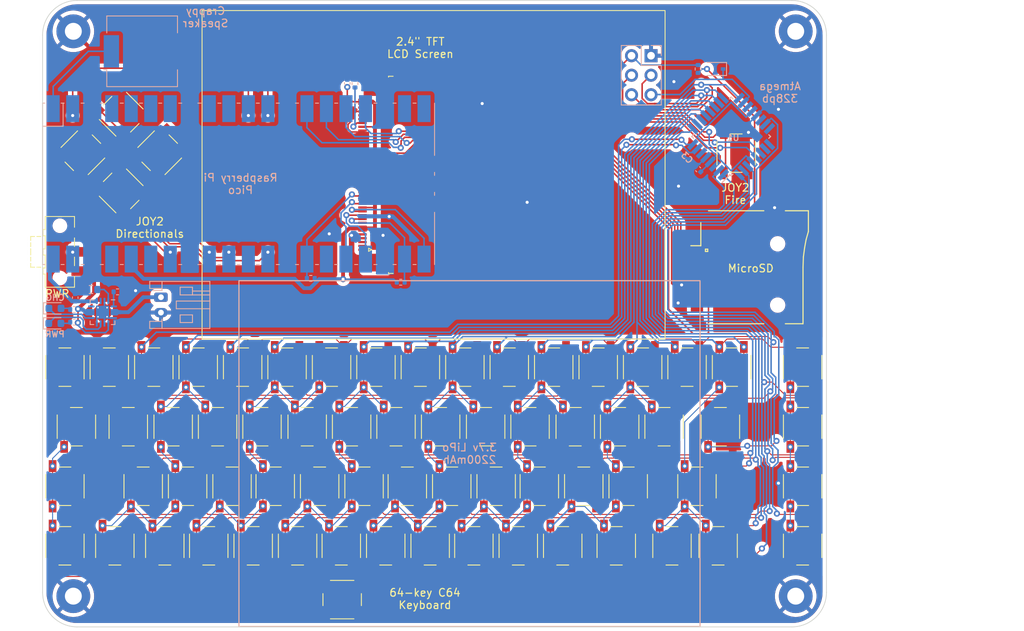
<source format=kicad_pcb>
(kicad_pcb (version 20211014) (generator pcbnew)
  (layers (0 "F.Cu" signal) (31 "B.Cu" signal) (34 "B.Paste" user) (35 "F.Paste" user) (36 "B.SilkS" user "B.Silkscreen") (37 "F.SilkS" user "F.Silkscreen") (38 "B.Mask" user) (39 "F.Mask" user) (44 "Edge.Cuts" user))
  (net 0 "")
  (net 1 "Net-(BT1-Pad1)")
  (net 2 "GND")
  (net 3 "VBUS")
  (net 4 "Net-(D1-Pad1)")
  (net 5 "+3V3")
  (net 6 "Net-(D1-Pad2)")
  (net 7 "Net-(D2-Pad1)")
  (net 8 "Net-(D2-Pad2)")
  (net 9 "Net-(R1-Pad2)")
  (net 10 "Net-(R2-Pad2)")
  (net 11 "Net-(R3-Pad2)")
  (net 13 "/RESET")
  (net 14 "/XL")
  (net 15 "/YU")
  (net 16 "/XR")
  (net 17 "/YD")
  (net 18 "/FMARK")
  (net 19 "/TFT_CS")
  (net 20 "/TFT_SCL")
  (net 21 "/TFT_DC")
  (net 22 "/TFT_SDA")
  (net 23 "/TFT_SDO")
  (net 24 "/TFT_RST")
  (net 25 "/BKLT_K")
  (net 26 "/SD_MOSI")
  (net 27 "/SD_CS")
  (net 29 "/SD_CLK")
  (net 31 "/SD_MISO")
  (net 32 "/SPEAKER")
  (net 37 "/KCOL0")
  (net 38 "/KROW0")
  (net 39 "/KROW1")
  (net 40 "/KROW2")
  (net 41 "/KROW3")
  (net 42 "/KROW4")
  (net 43 "/KCOL1")
  (net 44 "/KCOL2")
  (net 45 "/JOY_UP")
  (net 46 "/JOY_DOWN")
  (net 47 "/JOY_LEFT")
  (net 48 "/JOY_RIGHT")
  (net 49 "/JOY_FIRE")
  (net 55 "/KSDA")
  (net 56 "/KSCL")
  (net 62 "/TFT_BKLT")
  (net 66 "Net-(C3-Pad1)")
  (net 67 "/KROW5")
  (net 68 "/KROW6")
  (net 69 "/KROW7")
  (net 70 "/KCOL3")
  (net 71 "/KCOL4")
  (net 72 "/KCOL5")
  (net 73 "/KCOL6")
  (net 74 "/KCOL7")
  (net 77 "/RESTORE")
  (net 78 "VSYS")
  (footprint "Silvestron Components:SW_SPST_PTS647" (layer "F.Cu") (at 96.08 107.15 90)
    (fp_text reference "SW61" hide)
    (fp_text value "4x7")
  )
  (footprint "MountingHole:MountingHole_2.2mm_M2_Pad" (layer "F.Cu") (at 39.35 63.45)
    (fp_text reference "H1" hide)
    (fp_text value "MountingHole_Pad")
  )
  (footprint "Silvestron Components:SW_SPST_PTS647" (layer "F.Cu") (at 110.44 114.9 90)
    (fp_text reference "SW15" hide)
    (fp_text value "6x1")
  )
  (footprint "Silvestron Components:SW_SPST_PTS647" (layer "F.Cu") (at 107.650001 107.15 90)
    (fp_text reference "SW62" hide)
    (fp_text value "5x7")
  )
  (footprint "Silvestron Components:SW_SPST_PTS647" (layer "F.Cu") (at 45.57728 84.217116 135)
    (fp_text reference "SW67" hide)
    (fp_text value "DOWN")
  )
  (footprint "Silvestron Components:SW_SPST_PTS647" (layer "F.Cu") (at 52.34 114.9 90)
    (fp_text reference "SW10" hide)
    (fp_text value "1x1")
  )
  (footprint "Silvestron Components:SW_SPST_PTS647" (layer "F.Cu") (at 55.6 107.15 90)
    (fp_text reference "SW2" hide)
    (fp_text value "1x0")
  )
  (footprint "Silvestron Components:SW_SPST_PTS647" (layer "F.Cu") (at 85.78 130.4 90)
    (fp_text reference "SW37" hide)
    (fp_text value "4x4")
  )
  (footprint "Silvestron Components:SW_SPST_PTS647" (layer "F.Cu") (at 105.77 122.65 90)
    (fp_text reference "SW23" hide)
    (fp_text value "6x2")
  )
  (footprint "Silvestron Components:SW_SPST_PTS647" (layer "F.Cu") (at 104.66 114.9 90)
    (fp_text reference "SW54" hide)
    (fp_text value "5x6")
  )
  (footprint "Silvestron Components:SW_SPST_PTS647" (layer "F.Cu") (at 44.750001 130.4 90)
    (fp_text reference "SW26" hide)
    (fp_text value "1x3")
  )
  (footprint "Silvestron Components:SW_SPST_PTS647" (layer "F.Cu") (at 134.25 114.899999 90)
    (fp_text reference "SW48" hide)
    (fp_text value "7x5")
  )
  (footprint "Silvestron Components:SW_SPST_PTS647" (layer "F.Cu") (at 56.969999 130.4 90)
    (fp_text reference "SW27" hide)
    (fp_text value "2x3")
  )
  (footprint "Silvestron Components:SW_SPST_PTS647" (layer "F.Cu") (at 123.550001 114.9 90)
    (fp_text reference "SW65" hide)
    (fp_text value "RESTORE")
  )
  (footprint "Silvestron Components:SW_SPST_PTS647" (layer "F.Cu") (at 77.18 122.65 90)
    (fp_text reference "SW44" hide)
    (fp_text value "3x5")
  )
  (footprint "Silvestron Components:SW_SPST_PTS647" (layer "F.Cu") (at 119.21 107.15 90)
    (fp_text reference "SW63" hide)
    (fp_text value "6x7")
  )
  (footprint "Silvestron Components:SW_SPST_PTS647" (layer "F.Cu") (at 50.587212 79.25 45)
    (fp_text reference "SW69" hide)
    (fp_text value "RIGHT")
  )
  (footprint "Silvestron Components:SW_SPST_PTS647" (layer "F.Cu") (at 67.16 107.15 90)
    (fp_text reference "SW3" hide)
    (fp_text value "2x0")
  )
  (footprint "MountingHole:MountingHole_2.2mm_M2_Pad" (layer "F.Cu") (at 39.35 136.95)
    (fp_text reference "H3" hide)
    (fp_text value "MountingHole_Pad")
  )
  (footprint "Silvestron Components:SW_SPST_PTS647" (layer "F.Cu") (at 81.34 114.9 90)
    (fp_text reference "SW52" hide)
    (fp_text value "3x6")
  )
  (footprint "Silvestron Components:SW_SPST_PTS647" (layer "F.Cu") (at 93 114.9 90)
    (fp_text reference "SW53" hide)
    (fp_text value "4x6")
  )
  (footprint "Silvestron Components:SW_SPST_PTS647" (layer "F.Cu") (at 90.3 107.15 90)
    (fp_text reference "SW5" hide)
    (fp_text value "4x0")
  )
  (footprint "Silvestron Components:SW_SPST_PTS647" (layer "F.Cu") (at 69.78 114.9 90)
    (fp_text reference "SW51" hide)
    (fp_text value "2x6")
  )
  (footprint "Silvestron Components:SW_SPST_PTS647" (layer "F.Cu") (at 61.38 107.15 90)
    (fp_text reference "SW58" hide)
    (fp_text value "1x7")
  )
  (footprint "MountingHole:MountingHole_2.2mm_M2_Pad" (layer "F.Cu") (at 133.35 136.95)
    (fp_text reference "H4" hide)
    (fp_text value "MountingHole_Pad")
  )
  (footprint "Silvestron Components:SW_SPST_PTS647" (layer "F.Cu") (at 38.25 122.65 90)
    (fp_text reference "SW25" hide)
    (fp_text value "0x3")
  )
  (footprint "Silvestron Components:SW_SPST_PTS647" (layer "F.Cu") (at 111.55 122.65 90)
    (fp_text reference "SW47" hide)
    (fp_text value "6x5")
  )
  (footprint "Silvestron Components:SW_SPST_PTS647" (layer "F.Cu") (at 46.499999 114.9 90)
    (fp_text reference "SW49" hide)
    (fp_text value "0x6")
  )
  (footprint "Silvestron Components:SW_SPST_PTS647" (layer "F.Cu") (at 116.22 114.9 90)
    (fp_text reference "SW55" hide)
    (fp_text value "6x6")
  )
  (footprint "Silvestron Components:SW_SPST_PTS647" (layer "F.Cu") (at 75.56 114.899999 90)
    (fp_text reference "SW12" hide)
    (fp_text value "3x1")
  )
  (footprint "Silvestron Components:SW_SPST_PTS647" (layer "F.Cu") (at 99.99 122.65 90)
    (fp_text reference "SW46" hide)
    (fp_text value "5x5")
  )
  (footprint "Silvestron Components:ILI9341" (layer "F.Cu") (at 86.2268 82.125009 180)
    (fp_text reference "J5" hide)
    (fp_text value "ILI9341")
  )
  (footprint "Silvestron Components:SW_SPST_PTS647" (layer "F.Cu") (at 110 130.4 90)
    (fp_text reference "SW39" hide)
    (fp_text value "6x4")
  )
  (footprint "Silvestron Components:SW_SPST_PTS647" (layer "F.Cu") (at 125.6 79.3 90)
    (fp_text reference "SW70" hide)
    (fp_text value "FIRE")
  )
  (footprint "Silvestron Components:SW_SPST_PTS647" (layer "F.Cu") (at 87.145001 114.9 90)
    (fp_text reference "SW13" hide)
    (fp_text value "4x1")
  )
  (footprint "Silvestron Components:Conn_uSDcard" (layer "F.Cu") (at 130.999998 94.15 90)
    (fp_text reference "J6")
    (fp_text value "Micro_SD_Card")
  )
  (footprint "Silvestron Components:SW_SPST_PTS647" (layer "F.Cu") (at 101.86 107.15 90)
    (fp_text reference "SW6" hide)
    (fp_text value "5x0")
  )
  (footprint "Silvestron Components:SW_SPST_PTS647" (layer "F.Cu") (at 120.5 122.65 90)
    (fp_text reference "SW16" hide)
    (fp_text value "7x1")
  )
  (footprint "Silvestron Components:SW_SPST_PTS647" (layer "F.Cu") (at 84.51 107.15 90)
    (fp_text reference "SW60" hide)
    (fp_text value "3x7")
  )
  (footprint "Silvestron Components:SW_SPST_PTS647" (layer "F.Cu") (at 68.53 130.4 90)
    (fp_text reference "SW28" hide)
    (fp_text value "3x3")
  )
  (footprint "Silvestron Components:SW_SPST_PTS647" (layer "F.Cu") (at 134.25 107.15 90)
    (fp_text reference "SW40" hide)
    (fp_text value "7x4")
  )
  (footprint "Silvestron Components:SW_SPST_PTS647" (layer "F.Cu") (at 117.25 130.4 90)
    (fp_text reference "SW32" hide)
    (fp_text value "7x3")
  )
  (footprint "Silvestron Components:SW_SPST_PTS647" (layer "F.Cu") (at 51.25 130.4 90)
    (fp_text reference "SW34" hide)
    (fp_text value "1x4")
  )
  (footprint "Silvestron Components:SW_SPST_PTS647" (layer "F.Cu") (at 80.000001 130.4 90)
    (fp_text reference "SW29" hide)
    (fp_text value "4x3")
  )
  (footprint "Silvestron Components:SW_SPST_PTS647" (layer "F.Cu") (at 45.57728 74.241065 135)
    (fp_text reference "SW66" hide)
    (fp_text value "UP")
  )
  (footprint "Button_Switch_SMD:SW_SPDT_CK-JS102011SAQN" (layer "F.Cu") (at 37.6 92.15 -90)
    (fp_text reference "SW71" hide)
    (fp_text value "PWR")
  )
  (footprint "Silvestron Components:SW_SPST_PTS647" (layer "F.Cu") (at 72.95 107.15 90)
    (fp_text reference "SW59" hide)
    (fp_text value "2x7")
  )
  (footprint "Silvestron Components:SW_SPST_PTS647" (layer "F.Cu") (at 63.899999 114.9 90)
    (fp_text reference "SW11" hide)
    (fp_text value "2x1")
  )
  (footprint "Silvestron Components:SW_SPST_PTS647" (layer "F.Cu") (at 113.43 107.15 90)
    (fp_text reference "SW7" hide)
    (fp_text value "6x0")
  )
  (footprint "Silvestron Components:SW_SPST_PTS647" (layer "F.Cu") (at 58.12 114.9 90)
    (fp_text reference "SW50" hide)
    (fp_text value "1x6")
  )
  (footprint "Silvestron Components:SW_SPST_PTS647" (layer "F.Cu") (at 38.25 107.15 90)
    (fp_text reference "SW9" hide)
    (fp_text value "0x1")
  )
  (footprint "Silvestron Components:SW_SPST_PTS647" (layer "F.Cu") (at 103.03 130.4 90)
    (fp_text reference "SW31" hide)
    (fp_text value "6x3")
  )
  (footprint "Silvestron Components:SW_SPST_PTS647" (layer "F.Cu") (at 91.469999 130.4 90)
    (fp_text reference "SW30" hide)
    (fp_text value "5x3")
  )
  (footprint "MountingHole:MountingHole_2.2mm_M2_Pad" (layer "F.Cu") (at 133.35 63.45)
    (fp_text reference "H2" hide)
    (fp_text value "MountingHole_Pad")
  )
  (footprint "Silvestron Components:SW_SPST_PTS647" (layer "F.Cu") (at 44.03 107.15 90)
    (fp_text reference "SW1" hide)
    (fp_text value "0x0")
  )
  (footprint "Silvestron Components:SW_SPST_PTS647" (layer "F.Cu") (at 97.250001 130.4 90)
    (fp_text reference "SW38" hide)
    (fp_text value "5x4")
  )
  (footprint "Silvestron Components:SW_SPST_PTS647" (layer "F.Cu") (at 125 107.15 90)
    (fp_text reference "SW8" hide)
    (fp_text value "7x0")
  )
  (footprint "Silvestron Components:SW_SPST_PTS647" (layer "F.Cu") (at 134.25 122.65 90)
    (fp_text reference "SW56" hide)
    (fp_text value "7x6")
  )
  (footprint "Silvestron Components:SW_SPST_PTS647" (layer "F.Cu") (at 62.750001 130.4 90)
    (fp_text reference "SW35" hide)
    (fp_text value "2x4")
  )
  (footprint "Silvestron Components:SW_SPST_PTS647" (layer "F.Cu") (at 88.589999 122.65 90)
    (fp_text reference "SW45" hide)
    (fp_text value "4x5")
  )
  (footprint "Silvestron Components:SW_SPST_PTS647" (layer "F.Cu") (at 94.370001 122.65 90)
    (fp_text reference "SW22" hide)
    (fp_text value "5x2")
  )
  (footprint "Silvestron Components:SW_SPST_PTS647" (layer "F.Cu") (at 48.44 122.65 90)
    (fp_text reference "SW18" hide)
    (fp_text value "1x2")
  )
  (footprint "Silvestron Components:SW_SPST_PTS647" (layer "F.Cu") (at 40.589342 79.25 -135)
    (fp_text reference "SW68" hide)
    (fp_text value "LEFT")
  )
  (footprint "Silvestron Components:SW_SPST_PTS647" (layer "F.Cu") (at 71.4 122.65 90)
    (fp_text reference "SW20" hide)
    (fp_text value "3x2")
  )
  (footprint "Silvestron Components:SW_SPST_PTS647" (layer "F.Cu") (at 134.25 130.400001 90)
    (fp_text reference "SW64" hide)
    (fp_text value "7x7")
  )
  (footprint "Silvestron Components:SW_SPST_PTS647" (layer "F.Cu") (at 98.78 114.9 90)
    (fp_text reference "SW14" hide)
    (fp_text value "5x1")
  )
  (footprint "Silvestron Components:SW_SPST_PTS647" (layer "F.Cu") (at 74.219999 130.4 90)
    (fp_text reference "SW36" hide)
    (fp_text value "3x4")
  )
  (footprint "Silvestron Components:SW_SPST_PTS647" (layer "F.Cu") (at 74.33 137.4 180)
    (fp_text reference "SW33" hide)
    (fp_text value "0x4")
  )
  (footprint "Silvestron Components:SW_SPST_PTS647" (layer "F.Cu") (at 38.25 130.400001 90)
    (fp_text reference "SW41" hide)
    (fp_text value "0x5")
  )
  (footprint "Silvestron Components:SW_SPST_PTS647" (layer "F.Cu") (at 78.73 107.149999 90)
    (fp_text reference "SW4" hide)
    (fp_text value "3x0")
  )
  (footprint "Silvestron Components:SW_SPST_PTS647" (layer "F.Cu") (at 54.22 122.65 90)
    (fp_text reference "SW42" hide)
    (fp_text value "1x5")
  )
  (footprint "Silvestron Components:SW_SPST_PTS647" (layer "F.Cu") (at 59.999999 122.65 90)
    (fp_text reference "SW19" hide)
    (fp_text value "2x2")
  )
  (footprint "Silvestron Components:SW_SPST_PTS647" (layer "F.Cu") (at 39.75 114.9 90)
    (fp_text reference "SW17" hide)
    (fp_text value "0x2")
  )
  (footprint "Silvestron Components:SW_SPST_PTS647" (layer "F.Cu") (at 65.620001 122.65 90)
    (fp_text reference "SW43" hide)
    (fp_text value "2x5")
  )
  (footprint "Silvestron Components:SW_SPST_PTS647" (layer "F.Cu") (at 82.81 122.65 90)
    (fp_text reference "SW21" hide)
    (fp_text value "4x2")
  )
  (footprint "Silvestron Components:SW_SPST_PTS647" (layer "F.Cu") (at 49.82 107.149999 90)
    (fp_text reference "SW57" hide)
    (fp_text value "0x7")
  )
  (footprint "Silvestron Components:SW_SPST_PTS647" (layer "F.Cu") (at 123.25 130.4 90)
    (fp_text reference "SW24" hide)
    (fp_text value "7x2")
  )
  (footprint "Resistor_SMD:R_0402_1005Metric" (layer "B.Cu") (at 39.45 99.65)
    (fp_text reference "R3" hide)
    (fp_text value "1k5")
  )
  (footprint "Buzzer_Beeper:Buzzer_CUI_CPT-9019S-SMT" (layer "B.Cu") (at 48.3 66.05)
    (fp_text reference "LS1" hide)
    (fp_text value "Speaker")
  )
  (footprint "Connector_JST:JST_PH_S2B-PH-K_1x02_P2.00mm_Horizontal" (layer "B.Cu") (at 50.75 98.05 -90)
    (fp_text reference "BT1" hide)
    (fp_text value "LiPo")
  )
  (footprint "Connector_PinHeader_2.54mm:PinHeader_2x03_P2.54mm_Vertical" (layer "B.Cu") (at 114.525001 66.625 180)
    (fp_text reference "J3" hide)
    (fp_text value "ICSP")
  )
  (footprint "LED_SMD:LED_0603_1608Metric" (layer "B.Cu") (at 36.962499 99.5)
    (fp_text reference "D1" hide)
    (fp_text value "YELLOW")
  )
  (footprint "Silvestron Components:RPi_Pico_SMD" (layer "B.Cu") (at 60.855 83.3 -90)
    (fp_text reference "U3" hide)
    (fp_text value "Pico")
  )
  (footprint "Package_DFN_QFN:VQFN-16-1EP_3x3mm_P0.5mm_EP1.68x1.68mm_ThermalVias" (layer "B.Cu") (at 43.15 100 180)
    (fp_text reference "U2" hide)
    (fp_text value "BQ24230RGTT")
  )
  (footprint "Diode_SMD:D_SOD-323" (layer "B.Cu") (at 122.85 68.35 180)
    (fp_text reference "D3" hide)
    (fp_text value "1N5819WS")
  )
  (footprint "LED_SMD:LED_0603_1608Metric" (layer "B.Cu") (at 36.944286 101.45)
    (fp_text reference "D2" hide)
    (fp_text value "GREEN")
  )
  (footprint "Capacitor_SMD:C_0402_1005Metric" (layer "B.Cu") (at 39.6 98.1 90)
    (fp_text reference "C1" hide)
    (fp_text value "1uF")
  )
  (footprint "Capacitor_SMD:C_0402_1005Metric" (layer "B.Cu") (at 75 70.22 -90)
    (fp_text reference "C2" hide)
    (fp_text value "1uF")
  )
  (footprint "Resistor_SMD:R_0402_1005Metric" (layer "B.Cu") (at 45.1 97.35 180)
    (fp_text reference "R2" hide)
    (fp_text value "10k")
  )
  (footprint "Resistor_SMD:R_0603_1608Metric" (layer "B.Cu") (at 41.65 97.05)
    (fp_text reference "R1" hide)
    (fp_text value "3k6")
  )
  (footprint "Resistor_SMD:R_0402_1005Metric" (layer "B.Cu") (at 120.65 68.35 -90)
    (fp_text reference "R5" hide)
    (fp_text value "10k")
  )
  (footprint "Resistor_SMD:R_0402_1005Metric" (layer "B.Cu") (at 76 70.25 90)
    (fp_text reference "R10" hide)
    (fp_text value "10")
  )
  (footprint "Resistor_SMD:R_0402_1005Metric" (layer "B.Cu") (at 70.25 95.6 180)
    (fp_text reference "R12" hide)
    (fp_text value "10k")
  )
  (footprint "Resistor_SMD:R_0402_1005Metric" (layer "B.Cu") (at 81.95 96.1)
    (fp_text reference "R11" hide)
    (fp_text value "10k")
  )
  (footprint "Resistor_SMD:R_0402_1005Metric" (layer "B.Cu") (at 39.45 101.3)
    (fp_text reference "R4" hide)
    (fp_text value "1k5")
  )
  (footprint "Package_QFP:TQFP-32_7x7mm_P0.8mm" (layer "B.Cu") (at 124.950421 77.141863 45)
    (fp_text reference "U1")
    (fp_text value "ATmega328PB-A")
  )
  (footprint "Capacitor_SMD:C_0402_1005Metric" (layer "B.Cu") (at 120.65 81.4 135)
    (fp_text reference "C3")
    (fp_text value "100n")
  )
  (gr_rect (start 60.9 95.9) (end 120.9 140.9) (layer "B.SilkS") (width 0.15) (fill none))
  (gr_arc (start 132.85 59.431972) (mid 136.031983 60.749992) (end 137.350001 63.931975) (layer "Edge.Cuts") (width 0.1))
  (gr_line (start 35.35 63.931976) (end 35.35 136.449998) (layer "Edge.Cuts") (width 0.1))
  (gr_arc (start 137.35 136.45) (mid 136.03198 139.63198) (end 132.85 140.95) (layer "Edge.Cuts") (width 0.1))
  (gr_line (start 39.85 140.949999) (end 132.85 140.95) (layer "Edge.Cuts") (width 0.1))
  (gr_arc (start 39.85 140.949999) (mid 36.668019 139.631979) (end 35.35 136.449998) (layer "Edge.Cuts") (width 0.1))
  (gr_line (start 132.85 59.431972) (end 39.85 59.431975) (layer "Edge.Cuts") (width 0.1))
  (gr_line (start 137.35 136.45) (end 137.350001 63.931975) (layer "Edge.Cuts") (width 0.1))
  (gr_arc (start 35.35 63.931976) (mid 36.668019 60.749995) (end 39.85 59.431975) (layer "Edge.Cuts") (width 0.1))
  (gr_text "Raspberry Pi\nPico" (at 61.1 83.3) (layer "B.SilkS") (effects (font (size 1 1)) (justify mirror)))
  (gr_text "CHG" (at 37 98.1) (layer "B.SilkS") (effects (font (size 0.8 0.8)) (justify mirror)))
  (gr_text "3.7v LiPo\n2200mAh" (at 90.9 118.4) (layer "B.SilkS") (effects (font (size 1 1)) (justify mirror)))
  (gr_text "Atmega\n328pb" (at 131.3 71.4) (layer "B.SilkS") (effects (font (size 1 1)) (justify mirror)))
  (gr_text "Crappy\nSpeaker" (at 56.55 61.6) (layer "B.SilkS") (effects (font (size 1 1)) (justify mirror)))
  (gr_text "PWR" (at 36.95 102.85) (layer "B.SilkS") (effects (font (size 0.8 0.8)) (justify mirror)))
  (gr_text "MicroSD" (at 127.5 94.3) (layer "F.SilkS") (effects (font (size 1 1))))
  (gr_text "JOY2\nFire" (at 125.5 84.6) (layer "F.SilkS") (effects (font (size 1 1))))
  (gr_text "2.4{dblquote} TFT\nLCD Screen" (at 84.5 65.6) (layer "F.SilkS") (effects (font (size 1 1))))
  (gr_text "JOY2\nDirectionals" (at 49.3 89) (layer "F.SilkS") (effects (font (size 1 1))))
  (gr_text "64-key C64\nKeyboard" (at 85.1 137.3) (layer "F.SilkS") (effects (font (size 1 1))))
  (gr_text "PWR" (at 37.25 97.6) (layer "F.SilkS") (effects (font (size 1 1))))
  (segment (start 44.97452 100.17548) (end 44.6125 100.17548) (width 0.5) (layer "B.Cu") (net 1))
  (segment (start 45.5 100) (end 44.439511 100) (width 0.5) (layer "B.Cu") (net 1))
  (segment (start 45.15 100) (end 44.97452 100.17548) (width 0.5) (layer "B.Cu") (net 1))
  (segment (start 48.45 98.05) (end 46.5 100) (width 0.5) (layer "B.Cu") (net 1))
  (segment (start 45.15 100) (end 44.97452 99.82452) (width 0.5) (layer "B.Cu") (net 1))
  (segment (start 46.5 100) (end 45.5 100) (width 0.5) (layer "B.Cu") (net 1))
  (segment (start 50.75 98.05) (end 48.45 98.05) (width 0.5) (layer "B.Cu") (net 1))
  (segment (start 44.97452 99.82452) (end 44.6125 99.82452) (width 0.5) (layer "B.Cu") (net 1))
  (segment (start 45.5 100) (end 45.15 100) (width 0.5) (layer "B.Cu") (net 1))
  (segment (start 75.092851 76.142851) (end 75.5 76.55) (width 0.2) (layer "F.Cu") (net 2))
  (segment (start 77.041863 73.875009) (end 76.174991 73.875009) (width 0.2) (layer "F.Cu") (net 2))
  (segment (start 120.999998 87.3) (end 120.999998 87.4) (width 0.2) (layer "F.Cu") (net 2))
  (segment (start 130.848977 112.275) (end 131.984446 111.139531) (width 0.127) (layer "F.Cu") (net 2))
  (segment (start 75.5 76.55) (end 77.041863 76.55) (width 0.2) (layer "F.Cu") (net 2))
  (segment (start 75.524511 74.525489) (end 75.524511 75.125489) (width 0.2) (layer "F.Cu") (net 2))
  (segment (start 77.041863 76.55) (end 77.041863 84.275498) (width 0.5) (layer "F.Cu") (net 2))
  (segment (start 125.150001 112.275) (end 125.150001 117.525) (width 0.127) (layer "F.Cu") (net 2))
  (segment (start 75.092851 75.557149) (end 75.092851 76.142851) (width 0.2) (layer "F.Cu") (net 2))
  (segment (start 136.196949 111.139531) (end 136.613011 110.723469) (width 0.127) (layer "F.Cu") (net 2))
  (segment (start 76.174991 73.875009) (end 75.524511 74.525489) (width 0.2) (layer "F.Cu") (net 2))
  (segment (start 131.984446 111.139531) (end 136.196949 111.139531) (width 0.127) (layer "F.Cu") (net 2))
  (segment (start 75.524511 75.125489) (end 75.092851 75.557149) (width 0.2) (layer "F.Cu") (net 2))
  (segment (start 125.150001 112.275) (end 130.848977 112.275) (width 0.127) (layer "F.Cu") (net 2))
  (segment (start 136.613011 110.723469) (end 136.613011 103.486989) (width 0.127) (layer "F.Cu") (net 2))
  (segment (start 77.041863 73.875009) (end 77.041863 73.375009) (width 0.2) (layer "F.Cu") (net 2))
  (segment (start 127.2 76.625) (end 127.2 76.6) (width 0.127) (layer "F.Cu") (net 2))
  (segment (start 77.041863 89.875009) (end 75.674991 89.875009) (width 0.127) (layer "F.Cu") (net 2))
  (segment (start 75.674991 89.875009) (end 75.55 90) (width 0.127) (layer "F.Cu") (net 2))
  (segment (start 130.599998 86.4) (end 130.6 86.4) (width 0.2) (layer "F.Cu") (net 2))
  (segment (start 135.026022 101.9) (end 130.599998 101.9) (width 0.127) (layer "F.Cu") (net 2))
  (segment (start 136.613011 103.486989) (end 135.026022 101.9) (width 0.127) (layer "F.Cu") (net 2))
  (via (at 130.6 86.4) (size 0.8) (drill 0.4) (layers "F.Cu" "B.Cu") (net 2))
  (via (at 118.5 96.45) (size 0.8) (drill 0.4) (layers "F.Cu" "B.Cu") (net 2))
  (via (at 92.55 72.85) (size 0.8) (drill 0.4) (layers "F.Cu" "B.Cu") (net 2))
  (via (at 131.1 73.6) (size 0.8) (drill 0.4) (layers "F.Cu" "B.Cu") (net 2))
  (via (at 80.45 87.55) (size 0.8) (drill 0.4) (layers "F.Cu" "B.Cu") (net 2))
  (via (at 117.5 70) (size 0.8) (drill 0.4) (layers "F.Cu" "B.Cu") (net 2))
  (via (at 79.65 90) (size 0.8) (drill 0.4) (layers "F.Cu" "B.Cu") (net 2))
  (via (at 127.2 76.6) (size 0.8) (drill 0.4) (layers "F.Cu" "B.Cu") (net 2))
  (via (at 75.55 90) (size 0.8) (drill 0.4) (layers "F.Cu" "B.Cu") (net 2))
  (via (at 118.1 83.6) (size 0.8) (drill 0.4) (layers "F.Cu" "B.Cu") (net 2))
  (via (at 131.1 122.25) (size 0.8) (drill 0.4) (layers "F.Cu" "B.Cu") (net 2))
  (via (at 118.05 98.8) (size 0.8) (drill 0.4) (layers "F.Cu" "B.Cu") (net 2))
  (via (at 72.65 89.8) (size 0.8) (drill 0.4) (layers "F.Cu" "B.Cu") (net 2))
  (via (at 98.4 85.7) (size 0.8) (drill 0.4) (layers "F.Cu" "B.Cu") (net 2))
  (via (at 47.45 97.2) (size 0.8) (drill 0.4) (layers "F.Cu" "B.Cu") (net 2))
  (segment (start 42.4 100.75) (end 43.15 100) (width 0.2) (layer "B.Cu") (net 2))
  (segment (start 42.4 101.4625) (end 42.4 100.75) (width 0.2) (layer "B.Cu") (net 2))
  (segment (start 128.238468 74.419502) (end 129.05797 73.6) (width 0.2) (layer "B.Cu") (net 2))
  (segment (start 127.2 75.45797) (end 128.238468 74.419502) (width 0.2) (layer "B.Cu") (net 2))
  (segment (start 43.9 100.75) (end 43.15 100) (width 0.2) (layer "B.Cu") (net 2))
  (segment (start 120.466009 81.060589) (end 121.662374 79.864224) (width 0.2) (layer "B.Cu") (net 2))
  (segment (start 42.4 100.75) (end 42.56 100.59) (width 0.2) (layer "B.Cu") (net 2))
  (segment (start 43.4 101.4625) (end 43.4 100.25) (width 0.2) (layer "B.Cu") (net 2))
  (segment (start 43.4 100.25) (end 43.15 100) (width 0.2) (layer "B.Cu") (net 2))
  (segment (start 43.9 100.75) (end 43.74 100.59) (width 0.2) (layer "B.Cu") (net 2))
  (segment (start 120.310589 81.060589) (end 120.466009 81.060589) (width 0.2) (layer "B.Cu") (net 2))
  (segment (start 43.4 99.75) (end 43.15 100) (width 0.2) (layer "B.Cu") (net 2))
  (segment (start 127.2 76.6) (end 127.2 75.45797) (width 0.2) (layer "B.Cu") (net 2))
  (segment (start 43.4 98.5375) (end 43.4 99.75) (width 0.2) (layer "B.Cu") (net 2))
  (segment (start 44.6125 100.75) (end 43.9 100.75) (width 0.2) (layer "B.Cu") (net 2))
  (segment (start 129.05797 73.6) (end 131.1 73.6) (width 0.2) (layer "B.Cu") (net 2))
  (segment (start 42.32548 98.58) (end 42.32548 98.5375) (width 0.5) (layer "B.Cu") (net 3))
  (segment (start 36.725 92.19) (end 36.3 92.615) (width 0.5) (layer "B.Cu") (net 3))
  (segment (start 39.6 98.58) (end 42.32548 98.58) (width 0.5) (layer "B.Cu") (net 3))
  (segment (start 36.3 92.615) (end 36.3 95.7) (width 0.5) (layer "B.Cu") (net 3))
  (segment (start 36.3 95.7) (end 39.18 98.58) (width 0.5) (layer "B.Cu") (net 3))
  (segment (start 39.18 98.58) (end 39.6 98.58) (width 0.5) (layer "B.Cu") (net 3))
  (segment (start 36.949518 100.27452) (end 36.587499 99.912501) (width 0.2) (layer "B.Cu") (net 4))
  (segment (start 36.9524 100.27452) (end 36.950959 100.27596) (width 0.2) (layer "B.Cu") (net 4))
  (segment (start 36.950959 100.27596) (end 36.587499 99.912501) (width 0.2) (layer "B.Cu") (net 4))
  (segment (start 40.434031 100.274521) (end 36.9524 100.27452) (width 0.2) (layer "B.Cu") (net 4))
  (segment (start 36.174999 99.5) (end 36.587499 99.912501) (width 0.2) (layer "B.Cu") (net 4))
  (segment (start 41.6875 100.75) (end 40.90951 100.75) (width 0.2) (layer "B.Cu") (net 4))
  (segment (start 40.90951 100.75) (end 40.434031 100.274521) (width 0.2) (layer "B.Cu") (net 4))
  (segment (start 78.05048 89.09952) (end 76.70048 89.09952) (width 0.5) (layer "F.Cu") (net 5))
  (segment (start 121.55 95.25) (end 127.999511 88.800489) (width 0.2) (layer "F.Cu") (net 5))
  (segment (start 121.850489 102.799511) (end 121.999509 102.650491) (width 0.2) (layer "F.Cu") (net 5))
  (segment (start 121.999509 95.699509) (end 121.55 95.25) (width 0.2) (layer "F.Cu") (net 5))
  (segment (start 77.391863 72.608137) (end 76.708137 72.608137) (width 0.5) (layer "F.Cu") (net 5))
  (segment (start 78.59952 89.09952) (end 78.59952 86.35048) (width 0.5) (layer "F.Cu") (net 5))
  (segment (start 78.308137 72.608137) (end 77.391863 72.608137) (width 0.5) (layer "F.Cu") (net 5))
  (segment (start 78.59952 89.09952) (end 78.05048 89.09952) (width 0.5) (layer "F.Cu") (net 5))
  (segment (start 78.59952 79.19952) (end 78.706801 79.306801) (width 0.2) (layer "F.Cu") (net 5))
  (segment (start 121.55 95.25) (end 120.499998 95.25) (width 0.2) (layer "F.Cu") (net 5))
  (segment (start 82.543199 79.306801) (end 83.80192 78.04808) (width 0.2) (layer "F.Cu") (net 5))
  (segment (start 116.801921 89.026951) (end 116.801921 99.600945) (width 0.2) (layer "F.Cu") (net 5))
  (segment (start 83.80192 78.04808) (end 105.82305 78.04808) (width 0.2) (layer "F.Cu") (net 5))
  (segment (start 78.574049 75.875009) (end 78.59952 75.90048) (width 0.2) (layer "F.Cu") (net 5))
  (segment (start 75 71.9) (end 75 70.7) (width 0.2) (layer "F.Cu") (net 5))
  (segment (start 116.801921 99.600945) (end 120.000487 102.799511) (width 0.2) (layer "F.Cu") (net 5))
  (segment (start 78.59952 79.19952) (end 78.59952 75.90048) (width 0.5) (layer "F.Cu") (net 5))
  (segment (start 127.999511 74.549511) (end 121.8 68.35) (width 0.2) (layer "F.Cu") (net 5))
  (segment (start 127.999511 88.800489) (end 127.999511 74.549511) (width 0.2) (layer "F.Cu") (net 5))
  (segment (start 77.041863 88.875009) (end 77.041863 89.091863) (width 0.2) (layer "F.Cu") (net 5))
  (segment (start 78.59952 86.35048) (end 78.59952 79.19952) (width 0.5) (layer "F.Cu") (net 5))
  (segment (start 74.45 89.898609) (end 75.249089 89.09952) (width 0.5) (layer "F.Cu") (net 5))
  (segment (start 78.59952 72.89952) (end 78.308137 72.608137) (width 0.5) (layer "F.Cu") (net 5))
  (segment (start 121.999509 102.650491) (end 121.999509 95.699509) (width 0.2) (layer "F.Cu") (net 5))
  (segment (start 74.45 95.7) (end 74.45 89.898609) (width 0.5) (layer "F.Cu") (net 5))
  (segment (start 75.249089 89.09952) (end 78.6 89.09952) (width 0.5) (layer "F.Cu") (net 5))
  (segment (start 78.706801 79.306801) (end 82.543199 79.306801) (width 0.2) (layer "F.Cu") (net 5))
  (segment (start 76.708137 72.608137) (end 75.708137 72.608137) (width 0.2) (layer "F.Cu") (net 5))
  (segment (start 105.82305 78.04808) (end 116.801921 89.026951) (width 0.2) (layer "F.Cu") (net 5))
  (segment (start 75.708137 72.608137) (end 75 71.9) (width 0.2) (layer "F.Cu") (net 5))
  (segment (start 77.041863 75.875009) (end 78.574049 75.875009) (width 0.2) (layer "F.Cu") (net 5))
  (segment (start 120.000487 102.799511) (end 121.850489 102.799511) (width 0.2) (layer "F.Cu") (net 5))
  (segment (start 77.041863 89.091863) (end 77.041863 89.375009) (width 0.2) (layer "F.Cu") (net 5))
  (segment (start 77.041863 86.375009) (end 78.574991 86.375009) (width 0.2) (layer "F.Cu") (net 5))
  (segment (start 78.574991 86.375009) (end 78.59952 86.35048) (width 0.2) (layer "F.Cu") (net 5))
  (segment (start 78.59952 75.90048) (end 78.59952 72.89952) (width 0.5) (layer "F.Cu") (net 5))
  (via (at 121.8 68.35) (size 0.8) (drill 0.4) (layers "F.Cu" "B.Cu") (net 5))
  (via (at 75 70.7) (size 0.8) (drill 0.4) (layers "F.Cu" "B.Cu") (net 5))
  (via (at 74.45 95.7) (size 0.8) (drill 0.4) (layers "F.Cu" "B.Cu") (net 5))
  (segment (start 70.18048 96.86952) (end 69.362884 96.86952) (width 0.5) (layer "B.Cu") (net 5))
  (segment (start 70.2 96.85) (end 70.76 96.29) (width 0.2) (layer "B.Cu") (net 5))
  (segment (start 74.45 95.7) (end 71.35 95.7) (width 0.5) (layer "B.Cu") (net 5))
  (segment (start 70.2 96.85) (end 70.18048 96.86952) (width 0.5) (layer "B.Cu") (net 5))
  (segment (start 69.362884 96.86952) (end 68.144333 95.650969) (width 0.5) (layer "B.Cu") (net 5))
  (segment (start 68.144333 95.650969) (end 48.486947 95.650969) (width 0.5) (layer "B.Cu") (net 5))
  (segment (start 71.35 95.7) (end 70.2 96.85) (width 0.5) (layer "B.Cu") (net 5))
  (segment (start 121.16 68.35) (end 120.65 68.86) (width 0.2) (layer "B.Cu") (net 5))
  (segment (start 70.76 96.29) (end 70.76 95.6) (width 0.2) (layer "B.Cu") (net 5))
  (segment (start 46.885 94.049022) (end 46.885 92.19) (width 0.5) (layer "B.Cu") (net 5))
  (segment (start 121.8 68.35) (end 121.16 68.35) (width 0.2) (layer "B.Cu") (net 5))
  (segment (start 81.04 95.7) (end 81.44 96.1) (width 0.2) (layer "B.Cu") (net 5))
  (segment (start 74.45 95.7) (end 81.04 95.7) (width 0.2) (layer "B.Cu") (net 5))
  (segment (start 48.486947 95.650969) (end 46.885 94.049022) (width 0.5) (layer "B.Cu") (net 5))
  (segment (start 38.79 99.5) (end 38.94 99.65) (width 0.2) (layer "B.Cu") (net 6))
  (segment (start 37.749999 99.5) (end 38.79 99.5) (width 0.2) (layer "B.Cu") (net 6))
  (segment (start 36.931306 100.67548) (end 37.116447 100.675479) (width 0.2) (layer "B.Cu") (net 7))
  (segment (start 37.116447 100.675479) (end 37.117886 100.67404) (width 0.2) (layer "B.Cu") (net 7))
  (segment (start 40.268544 100.67404) (end 40.634889 101.040385) (width 0.2) (layer "B.Cu") (net 7))
  (segment (start 40.634889 101.040385) (end 40.634889 101.819883) (width 0.2) (layer "B.Cu") (net 7))
  (segment (start 40.634889 101.819883) (end 41.015006 102.2) (width 0.2) (layer "B.Cu") (net 7))
  (segment (start 37.117886 100.67404) (end 40.268544 100.67404) (width 0.2) (layer "B.Cu") (net 7))
  (segment (start 42.9 101.886973) (end 42.9 101.4625) (width 0.2) (layer "B.Cu") (net 7))
  (segment (start 36.156786 101.45) (end 36.931306 100.67548) (width 0.2) (layer "B.Cu") (net 7))
  (segment (start 42.586973 102.2) (end 42.9 101.886973) (width 0.2) (layer "B.Cu") (net 7))
  (segment (start 41.015006 102.2) (end 42.586973 102.2) (width 0.2) (layer "B.Cu") (net 7))
  (segment (start 37.731786 101.45) (end 38.79 101.45) (width 0.2) (layer "B.Cu") (net 8))
  (segment (start 38.79 101.45) (end 38.94 101.3) (width 0.2) (layer "B.Cu") (net 8))
  (segment (start 43.35 97.05) (end 42.475 97.05) (width 0.2) (layer "B.Cu") (net 9))
  (segment (start 43.9 98.5375) (end 43.9 97.6) (width 0.2) (layer "B.Cu") (net 9))
  (segment (start 43.9 97.6) (end 43.35 97.05) (width 0.2) (layer "B.Cu") (net 9))
  (segment (start 44.59 99.2275) (end 44.6125 99.25) (width 0.2) (layer "B.Cu") (net 10))
  (segment (start 44.59 97.35) (end 44.59 99.2275) (width 0.2) (layer "B.Cu") (net 10))
  (segment (start 42.049511 89.849511) (end 42.049511 97.48551) (width 0.5) (layer "F.Cu") (net 11))
  (segment (start 39.96 99.575021) (end 39.96 101.348929) (width 0.2) (layer "F.Cu") (net 11))
  (segment (start 42.049511 97.48551) (end 39.96 99.575021) (width 0.5) (layer "F.Cu") (net 11))
  (segment (start 39.96 101.348929) (end 39.935389 101.37354) (width 0.2) (layer "F.Cu") (net 11))
  (segment (start 40.35 89.65) (end 41.85 89.65) (width 0.5) (layer "F.Cu") (net 11))
  (segment (start 41.85 89.65) (end 42.049511 89.849511) (width 0.5) (layer "F.Cu") (net 11))
  (via (at 39.935389 101.37354) (size 0.8) (drill 0.4) (layers "F.Cu" "B.Cu") (net 11))
  (via (at 39.96 99.575021) (size 0.8) (drill 0.4) (layers "F.Cu" "B.Cu") (net 11))
  (segment (start 39.96 99.65) (end 40.586648 99.65) (width 0.5) (layer "B.Cu") (net 11))
  (segment (start 43.9 102.3) (end 43.9 101.4625) (width 0.2) (layer "B.Cu") (net 11))
  (segment (start 40.962148 100.0255) (end 41.112128 100.17548) (width 0.5) (layer "B.Cu") (net 11))
  (segment (start 41.163128 99.82452) (end 41.6875 99.82452) (width 0.5) (layer "B.Cu") (net 11))
  (segment (start 43.55 102.65) (end 43.9 102.3) (width 0.2) (layer "B.Cu") (net 11))
  (segment (start 40.768324 99.831676) (end 40.962148 100.0255) (width 0.5) (layer "B.Cu") (net 11))
  (segment (start 41.112128 100.17548) (end 41.6875 100.17548) (width 0.5) (layer "B.Cu") (net 11))
  (segment (start 41.6875 99.75) (end 41.6875 100.25) (width 0.2) (layer "B.Cu") (net 11))
  (segment (start 40.586648 99.65) (end 40.768324 99.831676) (width 0.5) (layer "B.Cu") (net 11))
  (segment (start 40.9 102.65) (end 43.55 102.65) (width 0.2) (layer "B.Cu") (net 11))
  (segment (start 39.96 101.71) (end 40.9 102.65) (width 0.2) (layer "B.Cu") (net 11))
  (segment (start 40.962148 100.0255) (end 41.163128 99.82452) (width 0.5) (layer "B.Cu") (net 11))
  (segment (start 40.936648 100) (end 41.860489 100) (width 0.5) (layer "B.Cu") (net 11))
  (segment (start 40.768324 99.831676) (end 40.936648 100) (width 0.5) (layer "B.Cu") (net 11))
  (segment (start 39.96 101.3) (end 39.96 101.71) (width 0.2) (layer "B.Cu") (net 11))
  (segment (start 121.388038 76.538038) (end 118.903071 74.053071) (width 0.2) (layer "F.Cu") (net 13))
  (segment (start 122.088038 76.538038) (end 121.388038 76.538038) (width 0.2) (layer "F.Cu") (net 13))
  (segment (start 110.425969 68.144031) (end 111.975 66.595) (width 0.2) (layer "F.Cu") (net 13))
  (segment (start 118.903071 74.053071) (end 111.489043 74.053071) (width 0.2) (layer "F.Cu") (net 13))
  (segment (start 111.489043 74.053071) (end 110.425969 72.989997) (width 0.2) (layer "F.Cu") (net 13))
  (segment (start 110.425969 72.989997) (end 110.425969 68.144031) (width 0.2) (layer "F.Cu") (net 13))
  (via (at 122.088038 76.538038) (size 0.8) (drill 0.4) (layers "F.Cu" "B.Cu") (net 13))
  (segment (start 113.22 67.84) (end 120.65 67.84) (width 0.2) (layer "B.Cu") (net 13))
  (segment (start 123.360596 80.007489) (end 124.903107 81.55) (width 0.2) (layer "B.Cu") (net 13))
  (segment (start 126.614065 79.935935) (end 126.896436 79.653564) (width 0.2) (layer "B.Cu") (net 13))
  (segment (start 123.360595 79.442483) (end 123.360596 80.007489) (width 0.2) (layer "B.Cu") (net 13))
  (segment (start 122.088038 78.169926) (end 123.360595 79.442483) (width 0.2) (layer "B.Cu") (net 13))
  (segment (start 124.903107 81.55) (end 124.997736 81.55) (width 0.2) (layer "B.Cu") (net 13))
  (segment (start 126.896436 79.653564) (end 127.672782 80.42991) (width 0.2) (layer "B.Cu") (net 13))
  (segment (start 126.611801 79.935935) (end 126.614065 79.935935) (width 0.2) (layer "B.Cu") (net 13))
  (segment (start 124.997736 81.55) (end 126.611801 79.935935) (width 0.2) (layer "B.Cu") (net 13))
  (segment (start 111.975 66.595) (end 113.22 67.84) (width 0.2) (layer "B.Cu") (net 13))
  (segment (start 122.088038 76.538038) (end 122.088038 78.169926) (width 0.2) (layer "B.Cu") (net 13))
  (segment (start 75.785608 87.875009) (end 77.041863 87.875009) (width 0.2) (layer "F.Cu") (net 19))
  (segment (start 75.576626 88.083991) (end 75.785608 87.875009) (width 0.2) (layer "F.Cu") (net 19))
  (via (at 75.576626 88.083991) (size 0.8) (drill 0.4) (layers "F.Cu" "B.Cu") (net 19))
  (segment (start 75.576626 88.083991) (end 75.892138 88.399503) (width 0.2) (layer "B.Cu") (net 19))
  (segment (start 80.549503 88.399503) (end 82.445 90.295) (width 0.2) (layer "B.Cu") (net 19))
  (segment (start 75.892138 88.399503) (end 80.549503 88.399503) (width 0.2) (layer "B.Cu") (net 19))
  (segment (start 82.445 96.085) (end 82.46 96.1) (width 0.2) (layer "B.Cu") (net 19))
  (segment (start 82.445 90.295) (end 82.445 92.19) (width 0.2) (layer "B.Cu") (net 19))
  (segment (start 82.445 92.19) (end 82.445 96.085) (width 0.2) (layer "B.Cu") (net 19))
  (segment (start 75.206452 87.368029) (end 75.213432 87.375009) (width 0.2) (layer "F.Cu") (net 20))
  (segment (start 74.8792 87.368029) (end 75.206452 87.368029) (width 0.2) (layer "F.Cu") (net 20))
  (segment (start 75.213432 87.375009) (end 77.041863 87.375009) (width 0.2) (layer "F.Cu") (net 20))
  (via (at 74.8792 87.368029) (size 0.8) (drill 0.4) (layers "F.Cu" "B.Cu") (net 20))
  (segment (start 76.349023 88.799023) (end 77.365 89.815) (width 0.2) (layer "B.Cu") (net 20))
  (segment (start 77.365 89.815) (end 77.365 92.19) (width 0.2) (layer "B.Cu") (net 20))
  (segment (start 74.877115 87.370114) (end 74.8792 87.368029) (width 0.2) (layer "B.Cu") (net 20))
  (segment (start 74.877115 88.373739) (end 74.877115 87.370114) (width 0.2) (layer "B.Cu") (net 20))
  (segment (start 74.877115 88.373739) (end 75.302399 88.799023) (width 0.2) (layer "B.Cu") (net 20))
  (segment (start 75.302399 88.799023) (end 76.349023 88.799023) (width 0.2) (layer "B.Cu") (net 20))
  (segment (start 75.79944 86.875009) (end 77.041863 86.875009) (width 0.2) (layer "F.Cu") (net 21))
  (segment (start 75.59994 86.675509) (end 75.79944 86.875009) (width 0.2) (layer "F.Cu") (net 21))
  (via (at 75.59994 86.675509) (size 0.8) (drill 0.4) (layers "F.Cu" "B.Cu") (net 21))
  (segment (start 84.985 90.385) (end 84.985 92.19) (width 0.2) (layer "B.Cu") (net 21))
  (segment (start 75.59994 86.675509) (end 75.625698 86.649751) (width 0.2) (layer "B.Cu") (net 21))
  (segment (start 75.625698 86.649751) (end 81.249751 86.649751) (width 0.2) (layer "B.Cu") (net 21))
  (segment (start 81.249751 86.649751) (end 84.985 90.385) (width 0.2) (layer "B.Cu") (net 21))
  (segment (start 75.799015 85.875009) (end 77.041863 85.875009) (width 0.2) (layer "F.Cu") (net 22))
  (segment (start 75.600013 85.676007) (end 75.799015 85.875009) (width 0.2) (layer "F.Cu") (net 22))
  (via (at 75.600013 85.676007) (size 0.8) (drill 0.4) (layers "F.Cu" "B.Cu") (net 22))
  (segment (start 74.179689 87.072325) (end 74.179689 88.241319) (width 0.2) (layer "B.Cu") (net 22))
  (segment (start 75.576007 85.676007) (end 74.179689 87.072325) (width 0.2) (layer "B.Cu") (net 22))
  (segment (start 74.825 88.88663) (end 74.825 92.19) (width 0.2) (layer "B.Cu") (net 22))
  (segment (start 75.600013 85.676007) (end 75.576007 85.676007) (width 0.2) (layer "B.Cu") (net 22))
  (segment (start 74.179689 88.241319) (end 74.825 88.88663) (width 0.2) (layer "B.Cu") (net 22))
  (segment (start 75.798497 84.875009) (end 77.041863 84.875009) (width 0.2) (layer "F.Cu") (net 24))
  (segment (start 75.599993 84.676505) (end 75.798497 84.875009) (width 0.2) (layer "F.Cu") (net 24))
  (via (at 75.599993 84.676505) (size 0.8) (drill 0.4) (layers "F.Cu" "B.Cu") (net 24))
  (segment (start 75.599993 84.676505) (end 69.745 90.531498) (width 0.2) (layer "B.Cu") (net 24))
  (segment (start 69.745 90.531498) (end 69.745 92.19) (width 0.2) (layer "B.Cu") (net 24))
  (segment (start 69.74 92.195) (end 69.745 92.19) (width 0.2) (layer "B.Cu") (net 24))
  (segment (start 69.74 95.6) (end 69.74 92.195) (width 0.2) (layer "B.Cu") (net 24))
  (segment (start 75.792362 75.847902) (end 76.265255 75.375009) (width 0.2) (layer "F.Cu") (net 25))
  (segment (start 76.265255 75.375009) (end 77.041863 75.375009) (width 0.2) (layer "F.Cu") (net 25))
  (segment (start 77.041863 74.47452) (end 77.041863 75.275498) (width 0.5) (layer "F.Cu") (net 25))
  (via (at 75.792362 75.847902) (size 0.8) (drill 0.4) (layers "F.Cu" "B.Cu") (net 25))
  (segment (start 76 70.76) (end 76 75.640264) (width 0.2) (layer "B.Cu") (net 25))
  (segment (start 76 75.640264) (end 75.792362 75.847902) (width 0.2) (layer "B.Cu") (net 25))
  (segment (start 118.00048 88.530492) (end 118.00048 92.70048) (width 0.2) (layer "F.Cu") (net 26))
  (segment (start 118.00048 92.70048) (end 119.45 94.15) (width 0.2) (layer "F.Cu") (net 26))
  (segment (start 119.45 94.15) (end 120.499998 94.15) (width 0.2) (layer "F.Cu") (net 26))
  (segment (start 81.3005 77.8495) (end 82.30048 76.84952) (width 0.2) (layer "F.Cu") (net 26))
  (segment (start 106.319508 76.84952) (end 118.00048 88.530492) (width 0.2) (layer "F.Cu") (net 26))
  (segment (start 82.30048 76.84952) (end 106.319508 76.84952) (width 0.2) (layer "F.Cu") (net 26))
  (segment (start 81.3 77.8495) (end 81.3005 77.8495) (width 0.2) (layer "F.Cu") (net 26))
  (via (at 81.3 77.8495) (size 0.8) (drill 0.4) (layers "F.Cu" "B.Cu") (net 26))
  (segment (start 72.285 75.985) (end 72.285 74.41) (width 0.2) (layer "B.Cu") (net 26))
  (segment (start 81.00002 77.54952) (end 73.84952 77.54952) (width 0.2) (layer "B.Cu") (net 26))
  (segment (start 81.3 77.8495) (end 81.00002 77.54952) (width 0.2) (layer "B.Cu") (net 26))
  (segment (start 73.84952 77.54952) (end 72.285 75.985) (width 0.2) (layer "B.Cu") (net 26))
  (segment (start 106.484994 76.45) (end 81.7 76.45) (width 0.2) (layer "F.Cu") (net 27))
  (segment (start 120.499998 93.05) (end 119.45 93.05) (width 0.2) (layer "F.Cu") (net 27))
  (segment (start 118.4 88.365006) (end 106.484994 76.45) (width 0.2) (layer "F.Cu") (net 27))
  (segment (start 118.4 92) (end 118.4 88.365006) (width 0.2) (layer "F.Cu") (net 27))
  (segment (start 119.45 93.05) (end 118.4 92) (width 0.2) (layer "F.Cu") (net 27))
  (via (at 81.7 76.45) (size 0.8) (drill 0.4) (layers "F.Cu" "B.Cu") (net 27))
  (segment (start 81.39952 76.75048) (end 78.10048 76.75048) (width 0.2) (layer "B.Cu") (net 27))
  (segment (start 81.7 76.45) (end 81.39952 76.75048) (width 0.2) (layer "B.Cu") (net 27))
  (segment (start 77.365 76.015) (end 77.365 74.41) (width 0.2) (layer "B.Cu") (net 27))
  (segment (start 78.10048 76.75048) (end 77.365 76.015) (width 0.2) (layer "B.Cu") (net 27))
  (segment (start 81.999511 78.139248) (end 81.999511 77.715495) (width 0.2) (layer "F.Cu") (net 29))
  (segment (start 81.999511 77.715495) (end 82.465966 77.24904) (width 0.2) (layer "F.Cu") (net 29))
  (segment (start 117.60096 94.50096) (end 119.45 96.35) (width 0.2) (layer "F.Cu") (net 29))
  (segment (start 81.951732 78.60729) (end 81.951732 78.187027) (width 0.2) (layer "F.Cu") (net 29))
  (segment (start 106.154022 77.24904) (end 117.60096 88.695978) (width 0.2) (layer "F.Cu") (net 29))
  (segment (start 117.60096 88.695978) (end 117.60096 94.50096) (width 0.2) (layer "F.Cu") (net 29))
  (segment (start 82.465966 77.24904) (end 106.154022 77.24904) (width 0.2) (layer "F.Cu") (net 29))
  (segment (start 119.45 96.35) (end 120.499998 96.35) (width 0.2) (layer "F.Cu") (net 29))
  (segment (start 81.951732 78.187027) (end 81.999511 78.139248) (width 0.2) (layer "F.Cu") (net 29))
  (via (at 81.951732 78.60729) (size 0.8) (drill 0.4) (layers "F.Cu" "B.Cu") (net 29))
  (segment (start 81.589748 78.549011) (end 81.010252 78.549011) (width 0.2) (layer "B.Cu") (net 29))
  (segment (start 71.707789 77.949039) (end 69.745 75.98625) (width 0.2) (layer "B.Cu") (net 29))
  (segment (start 81.648027 78.60729) (end 81.589748 78.549011) (width 0.2) (layer "B.Cu") (net 29))
  (segment (start 80.41028 77.949039) (end 71.707789 77.949039) (width 0.2) (layer "B.Cu") (net 29))
  (segment (start 81.951732 78.60729) (end 81.648027 78.60729) (width 0.2) (layer "B.Cu") (net 29))
  (segment (start 81.010252 78.549011) (end 80.41028 77.949039) (width 0.2) (layer "B.Cu") (net 29))
  (segment (start 69.745 75.98625) (end 69.745 74.41) (width 0.2) (layer "B.Cu") (net 29))
  (segment (start 105.988536 77.64856) (end 117.201441 88.861465) (width 0.2) (layer "F.Cu") (net 31))
  (segment (start 119.499998 98.55) (end 120.499998 98.55) (width 0.2) (layer "F.Cu") (net 31))
  (segment (start 83.188117 77.976889) (end 83.516446 77.64856) (width 0.2) (layer "F.Cu") (net 31))
  (segment (start 83.516446 77.64856) (end 105.988536 77.64856) (width 0.2) (layer "F.Cu") (net 31))
  (segment (start 117.201441 88.861465) (end 117.201441 96.251443) (width 0.2) (layer "F.Cu") (net 31))
  (segment (start 117.201441 96.251443) (end 119.499998 98.55) (width 0.2) (layer "F.Cu") (net 31))
  (segment (start 82.72736 77.976889) (end 83.188117 77.976889) (width 0.2) (layer "F.Cu") (net 31))
  (via (at 82.72736 77.976889) (size 0.8) (drill 0.4) (layers "F.Cu" "B.Cu") (net 31))
  (segment (start 82.645223 77.976889) (end 81.818334 77.15) (width 0.2) (layer "B.Cu") (net 31))
  (segment (start 74.825 75.975) (end 74.825 74.41) (width 0.2) (layer "B.Cu") (net 31))
  (segment (start 81.818334 77.15) (end 76 77.15) (width 0.2) (layer "B.Cu") (net 31))
  (segment (start 76 77.15) (end 74.825 75.975) (width 0.2) (layer "B.Cu") (net 31))
  (segment (start 82.72736 77.976889) (end 82.645223 77.976889) (width 0.2) (layer "B.Cu") (net 31))
  (segment (start 41.3 66.05) (end 36.725 70.625) (width 0.2) (layer "B.Cu") (net 32))
  (segment (start 36.725 70.625) (end 36.725 74.41) (width 0.2) (layer "B.Cu") (net 32))
  (segment (start 44.3 66.05) (end 41.3 66.05) (width 0.2) (layer "B.Cu") (net 32))
  (segment (start 36.65 133) (end 38.039532 134.389532) (width 0.127) (layer "F.Cu") (net 37))
  (segment (start 43.468011 103.486989) (end 47.18199 103.486989) (width 0.127) (layer "F.Cu") (net 37))
  (segment (start 118.48388 77.570369) (end 118.414011 77.5005) (width 0.2) (layer "F.Cu") (net 37))
  (segment (start 41.391989 103.486989) (end 42.43 104.525) (width 0.127) (layer "F.Cu") (net 37))
  (segment (start 38.15 117.525) (end 38.15 112.275) (width 0.127) (layer "F.Cu") (net 37))
  (segment (start 44.899999 117.525) (end 44.899999 112.275) (width 0.127) (layer "F.Cu") (net 37))
  (segment (start 42.43 109.775) (end 42.43 104.525) (width 0.127) (layer "F.Cu") (net 37))
  (segment (start 48.22 109.774999) (end 48.22 104.524999) (width 0.127) (layer "F.Cu") (net 37))
  (segment (start 47.18199 103.486989) (end 48.22 104.524999) (width 0.127) (layer "F.Cu") (net 37))
  (segment (start 38.039532 134.389532) (end 67.094531 134.389531) (width 0.127) (layer "F.Cu") (net 37))
  (segment (start 42.43 104.525) (end 43.468011 103.486989) (width 0.127) (layer "F.Cu") (net 37))
  (segment (start 42.43 109.805001) (end 44.899999 112.275) (width 0.127) (layer "F.Cu") (net 37))
  (segment (start 36.65 133.025001) (end 36.65 133) (width 0.127) (layer "F.Cu") (net 37))
  (segment (start 42.43 109.775) (end 42.43 109.805001) (width 0.127) (layer "F.Cu") (net 37))
  (segment (start 118.414011 77.5005) (end 112.032051 77.5005) (width 0.2) (layer "F.Cu") (net 37))
  (segment (start 36.65 125.275) (end 36.65 120.025) (width 0.127) (layer "F.Cu") (net 37))
  (segment (start 67.094531 134.389531) (end 71.705 139) (width 0.127) (layer "F.Cu") (net 37))
  (segment (start 36.65 110.775) (end 38.15 112.275) (width 0.127) (layer "F.Cu") (net 37))
  (segment (start 36.65 133) (end 36.65 127.775001) (width 0.127) (layer "F.Cu") (net 37))
  (segment (start 36.65 109.775) (end 36.65 104.525) (width 0.127) (layer "F.Cu") (net 37))
  (segment (start 36.65 109.775) (end 36.65 110.775) (width 0.127) (layer "F.Cu") (net 37))
  (segment (start 37.688011 103.486989) (end 41.391989 103.486989) (width 0.127) (layer "F.Cu") (net 37))
  (segment (start 36.65 104.525) (end 37.688011 103.486989) (width 0.127) (layer "F.Cu") (net 37))
  (segment (start 76.955 139) (end 71.705 139) (width 0.127) (layer "F.Cu") (net 37))
  (via (at 118.48388 77.570369) (size 0.8) (drill 0.4) (layers "F.Cu" "B.Cu") (net 37))
  (via (at 112.032051 77.5005) (size 0.8) (drill 0.4) (layers "F.Cu" "B.Cu") (net 37))
  (via (at 36.65 127.775001) (size 0.8) (drill 0.4) (layers "F.Cu" "B.Cu") (net 37))
  (via (at 48.22 104.524999) (size 0.8) (drill 0.4) (layers "F.Cu" "B.Cu") (net 37))
  (via (at 36.65 120.025) (size 0.8) (drill 0.4) (layers "F.Cu" "B.Cu") (net 37))
  (via (at 36.65 125.275) (size 0.8) (drill 0.4) (layers "F.Cu" "B.Cu") (net 37))
  (via (at 38.15 117.525) (size 0.8) (drill 0.4) (layers "F.Cu" "B.Cu") (net 37))
  (segment (start 109.200459 101.574511) (end 89.365464 101.574512) (width 0.2) (layer "B.Cu") (net 37))
  (segment (start 36.65 120.025) (end 36.65 119.025) (width 0.127) (layer "B.Cu") (net 37))
  (segment (start 89.365464 101.574512) (end 88.338047 102.601929) (width 0.2) (layer "B.Cu") (net 37))
  (segment (start 119.080679 78.167168) (end 119.965318 78.167168) (width 0.2) (layer "B.Cu") (net 37))
  (segment (start 110.303362 100.471608) (end 109.200459 101.574511) (width 0.2) (layer "B.Cu") (net 37))
  (segment (start 111.045967 77.5005) (end 110.303362 78.243105) (width 0.2) (layer "B.Cu") (net 37))
  (segment (start 50.148071 102.601929) (end 48.225001 104.524999) (width 0.2) (layer "B.Cu") (net 37))
  (segment (start 36.65 119.025) (end 38.15 117.525) (width 0.127) (layer "B.Cu") (net 37))
  (segment (start 36.65 125.275) (end 36.65 127.775001) (width 0.127) (layer "B.Cu") (net 37))
  (segment (start 112.032051 77.5005) (end 111.045967 77.5005) (width 0.2) (layer "B.Cu") (net 37))
  (segment (start 110.303362 78.243105) (end 110.303362 100.471608) (width 0.2) (layer "B.Cu") (net 37))
  (segment (start 118.48388 77.570369) (end 119.080679 78.167168) (width 0.2) (layer "B.Cu") (net 37))
  (segment (start 88.338047 102.601929) (end 50.148071 102.601929) (width 0.2) (layer "B.Cu") (net 37))
  (segment (start 48.225001 104.524999) (end 48.22 104.524999) (width 0.2) (layer "B.Cu") (net 37))
  (segment (start 57.2 109.775) (end 58.238011 110.813011) (width 0.127) (layer "F.Cu") (net 38))
  (segment (start 68.76 109.775) (end 69.79801 110.81301) (width 0.127) (layer "F.Cu") (net 38))
  (segment (start 58.238011 110.813011) (end 67.721989 110.813011) (width 0.127) (layer "F.Cu") (net 38))
  (segment (start 45.63 109.775) (end 46.668011 110.813011) (width 0.127) (layer "F.Cu") (net 38))
  (segment (start 113.991989 110.813011) (end 115.03 109.775) (width 0.127) (layer "F.Cu") (net 38))
  (segment (start 69.79801 110.81301) (end 79.291989 110.81301) (width 0.127) (layer "F.Cu") (net 38))
  (segment (start 102.324531 110.910469) (end 103.46 109.775) (width 0.127) (layer "F.Cu") (net 38))
  (segment (start 80.33 109.774999) (end 81.368012 110.813011) (width 0.127) (layer "F.Cu") (net 38))
  (segment (start 115.03 109.775) (end 116.068011 110.813011) (width 0.127) (layer "F.Cu") (net 38))
  (segment (start 79.291989 110.81301) (end 80.33 109.774999) (width 0.127) (layer "F.Cu") (net 38))
  (segment (start 57.2 104.525) (end 57.2 109.775) (width 0.127) (layer "F.Cu") (net 38))
  (segment (start 126.6 109.775) (end 126.6 104.5) (width 0.127) (layer "F.Cu") (net 38))
  (segment (start 93.035469 110.910469) (end 102.324531 110.910469) (width 0.127) (layer "F.Cu") (net 38))
  (segment (start 56.161989 110.813011) (end 57.2 109.775) (width 0.127) (layer "F.Cu") (net 38))
  (segment (start 90.861989 110.813011) (end 91.9 109.775) (width 0.127) (layer "F.Cu") (net 38))
  (segment (start 80.33 104.524999) (end 80.33 109.774999) (width 0.127) (layer "F.Cu") (net 38))
  (segment (start 103.46 104.525) (end 103.46 109.775) (width 0.127) (layer "F.Cu") (net 38))
  (segment (start 68.76 104.525) (end 68.76 109.775) (width 0.127) (layer "F.Cu") (net 38))
  (segment (start 125.561989 110.813011) (end 126.6 109.775) (width 0.127) (layer "F.Cu") (net 38))
  (segment (start 103.46 109.775) (end 104.498011 110.813011) (width 0.127) (layer "F.Cu") (net 38))
  (segment (start 67.721989 110.813011) (end 68.76 109.775) (width 0.127) (layer "F.Cu") (net 38))
  (segment (start 104.498011 110.813011) (end 113.991989 110.813011) (width 0.127) (layer "F.Cu") (net 38))
  (segment (start 81.368012 110.813011) (end 90.861989 110.813011) (width 0.127) (layer "F.Cu") (net 38))
  (segment (start 46.668011 110.813011) (end 56.161989 110.813011) (width 0.127) (layer "F.Cu") (net 38))
  (segment (start 45.63 104.525) (end 45.63 109.775) (width 0.127) (layer "F.Cu") (net 38))
  (segment (start 91.9 104.525) (end 91.9 109.775) (width 0.127) (layer "F.Cu") (net 38))
  (segment (start 115.03 104.525) (end 115.03 109.775) (width 0.127) (layer "F.Cu") (net 38))
  (segment (start 116.068011 110.813011) (end 125.561989 110.813011) (width 0.127) (layer "F.Cu") (net 38))
  (segment (start 91.9 109.775) (end 93.035469 110.910469) (width 0.127) (layer "F.Cu") (net 38))
  (via (at 126.6 104.525) (size 0.8) (drill 0.4) (layers "F.Cu" "B.Cu") (net 38))
  (segment (start 125.153842 103.196158) (end 125.271158 103.196158) (width 0.2) (layer "B.Cu") (net 38))
  (segment (start 125.153842 103.196158) (end 125.296158 103.196158) (width 0.2) (layer "B.Cu") (net 38))
  (segment (start 113.500962 100.949978) (end 115.747142 103.196158) (width 0.2) (layer "B.Cu") (net 38))
  (segment (start 115.8 103.2) (end 115.803842 103.196158) (width 0.2) (layer "B.Cu") (net 38))
  (segment (start 119.734994 74.2) (end 113.500961 80.434033) (width 0.2) (layer "B.Cu") (net 38))
  (segment (start 125.271158 103.196158) (end 126.6 104.525) (width 0.2) (layer "B.Cu") (net 38))
  (segment (start 120.311502 74.2) (end 119.734994 74.2) (width 0.2) (layer "B.Cu") (net 38))
  (segment (start 121.096689 74.985187) (end 120.311502 74.2) (width 0.2) (layer "B.Cu") (net 38))
  (segment (start 115.803842 103.196158) (end 125.153842 103.196158) (width 0.2) (layer "B.Cu") (net 38))
  (segment (start 113.500961 80.434033) (end 113.500962 100.949978) (width 0.2) (layer "B.Cu") (net 38))
  (segment (start 112.04 117.525) (end 111.001989 118.563011) (width 0.127) (layer "F.Cu") (net 39))
  (segment (start 127.277764 119.66246) (end 126.915224 120.025) (width 0.127) (layer "F.Cu") (net 39))
  (segment (start 87.70699 118.563011) (end 88.745001 117.525) (width 0.127) (layer "F.Cu") (net 39))
  (segment (start 100.38 112.275) (end 100.38 117.525) (width 0.127) (layer "F.Cu") (net 39))
  (segment (start 113.078011 118.563011) (end 112.04 117.525) (width 0.127) (layer "F.Cu") (net 39))
  (segment (start 64.461988 118.563011) (end 54.978011 118.563011) (width 0.127) (layer "F.Cu") (net 39))
  (segment (start 39.85 109.775) (end 40.651022 109.775) (width 0.127) (layer "F.Cu") (net 39))
  (segment (start 78.198012 118.563011) (end 87.70699 118.563011) (width 0.127) (layer "F.Cu") (net 39))
  (segment (start 127.450019 118.323989) (end 127.210997 118.563011) (width 0.127) (layer "F.Cu") (net 39))
  (segment (start 43.038011 117.338011) (end 44.3 118.6) (width 0.127) (layer "F.Cu") (net 39))
  (segment (start 89.783012 118.563011) (end 88.745001 117.525) (width 0.127) (layer "F.Cu") (net 39))
  (segment (start 65.499999 117.525) (end 64.461988 118.563011) (width 0.127) (layer "F.Cu") (net 39))
  (segment (start 99.341989 118.563011) (end 89.783012 118.563011) (width 0.127) (layer "F.Cu") (net 39))
  (segment (start 39.85 104.525) (end 39.85 109.775) (width 0.127) (layer "F.Cu") (net 39))
  (segment (start 88.745001 112.275) (end 88.745001 117.525) (width 0.127) (layer "F.Cu") (net 39))
  (segment (start 100.38 117.525) (end 99.341989 118.563011) (width 0.127) (layer "F.Cu") (net 39))
  (segment (start 66.53801 118.563011) (end 65.499999 117.525) (width 0.127) (layer "F.Cu") (net 39))
  (segment (start 77.16 117.524999) (end 76.121988 118.563011) (width 0.127) (layer "F.Cu") (net 39))
  (segment (start 127.210997 118.563011) (end 113.078011 118.563011) (width 0.127) (layer "F.Cu") (net 39))
  (segment (start 44.3 118.6) (end 52.865 118.6) (width 0.127) (layer "F.Cu") (net 39))
  (segment (start 43.038011 112.161989) (end 43.038011 117.338011) (width 0.127) (layer "F.Cu") (net 39))
  (segment (start 76.121988 118.563011) (end 66.53801 118.563011) (width 0.127) (layer "F.Cu") (net 39))
  (segment (start 65.499999 117.525) (end 65.499999 112.275) (width 0.127) (layer "F.Cu") (net 39))
  (segment (start 77.16 117.524999) (end 78.198012 118.563011) (width 0.127) (layer "F.Cu") (net 39))
  (segment (start 112.04 112.275) (end 112.04 117.525) (width 0.127) (layer "F.Cu") (net 39))
  (segment (start 111.001989 118.563011) (end 101.418011 118.563011) (width 0.127) (layer "F.Cu") (net 39))
  (segment (start 77.16 117.524999) (end 77.16 112.274999) (width 0.127) (layer "F.Cu") (net 39))
  (segment (start 52.865 118.6) (end 53.94 117.525) (width 0.127) (layer "F.Cu") (net 39))
  (segment (start 126.915224 120.025) (end 122.1 120.025) (width 0.127) (layer "F.Cu") (net 39))
  (segment (start 40.651022 109.775) (end 43.038011 112.161989) (width 0.127) (layer "F.Cu") (net 39))
  (segment (start 122.1 120.025) (end 122.1 125.275) (width 0.127) (layer "F.Cu") (net 39))
  (segment (start 101.418011 118.563011) (end 100.38 117.525) (width 0.127) (layer "F.Cu") (net 39))
  (segment (start 54.978011 118.563011) (end 53.94 117.525) (width 0.127) (layer "F.Cu") (net 39))
  (segment (start 53.94 117.525) (end 53.94 112.275) (width 0.127) (layer "F.Cu") (net 39))
  (via (at 127.450019 118.323989) (size 0.8) (drill 0.4) (layers "F.Cu" "B.Cu") (net 39))
  (via (at 127.277764 119.66246) (size 0.8) (drill 0.4) (layers "F.Cu" "B.Cu") (net 39))
  (segment (start 113.900481 80.599519) (end 113.900481 100.784491) (width 0.2) (layer "B.Cu") (net 39))
  (segment (start 120.531004 75.550873) (end 119.780131 74.8) (width 0.2) (layer "B.Cu") (net 39))
  (segment (start 127.75 103.65) (end 127.75 118.024008) (width 0.2) (layer "B.Cu") (net 39))
  (segment (start 127.450019 119.490205) (end 127.277764 119.66246) (width 0.2) (layer "B.Cu") (net 39))
  (segment (start 127.75 118.024008) (end 127.450019 118.323989) (width 0.2) (layer "B.Cu") (net 39))
  (segment (start 127.450019 118.323989) (end 127.450019 119.490205) (width 0.2) (layer "B.Cu") (net 39))
  (segment (start 119.7 74.8) (end 113.900481 80.599519) (width 0.2) (layer "B.Cu") (net 39))
  (segment (start 113.900481 100.784491) (end 115.912628 102.796638) (width 0.2) (layer "B.Cu") (net 39))
  (segment (start 119.780131 74.8) (end 119.7 74.8) (width 0.2) (layer "B.Cu") (net 39))
  (segment (start 126.896638 102.796638) (end 127.75 103.65) (width 0.2) (layer "B.Cu") (net 39))
  (segment (start 115.912628 102.796638) (end 126.896638 102.796638) (width 0.2) (layer "B.Cu") (net 39))
  (segment (start 73 120.025) (end 74.038011 118.986989) (width 0.127) (layer "F.Cu") (net 40))
  (segment (start 74.038011 118.986989) (end 83.371989 118.986989) (width 0.127) (layer "F.Cu") (net 40))
  (segment (start 106.331989 118.986989) (end 107.37 120.025) (width 0.127) (layer "F.Cu") (net 40))
  (segment (start 84.41 120.025) (end 85.448011 118.986989) (width 0.127) (layer "F.Cu") (net 40))
  (segment (start 48.94152 118.92652) (end 42.75152 118.92652) (width 0.127) (layer "F.Cu") (net 40))
  (segment (start 83.371989 118.986989) (end 84.41 120.025) (width 0.127) (layer "F.Cu") (net 40))
  (segment (start 128.14952 119.173535) (end 127.962974 118.986989) (width 0.127) (layer "F.Cu") (net 40))
  (segment (start 50.04 120.025) (end 51.078011 118.986989) (width 0.127) (layer "F.Cu") (net 40))
  (segment (start 95.970001 120.025) (end 95.970001 125.275) (width 0.127) (layer "F.Cu") (net 40))
  (segment (start 61.599999 120.025) (end 62.63801 118.986989) (width 0.127) (layer "F.Cu") (net 40))
  (segment (start 50.04 120.025) (end 48.94152 118.92652) (width 0.127) (layer "F.Cu") (net 40))
  (segment (start 124.85 133.025) (end 124.85 127.775) (width 0.127) (layer "F.Cu") (net 40))
  (segment (start 127.962974 118.986989) (end 108.408011 118.986989) (width 0.127) (layer "F.Cu") (net 40))
  (segment (start 108.408011 118.986989) (end 107.37 120.025) (width 0.127) (layer "F.Cu") (net 40))
  (segment (start 60.561988 118.986989) (end 61.599999 120.025) (width 0.127) (layer "F.Cu") (net 40))
  (segment (start 85.448011 118.986989) (end 94.93199 118.986989) (width 0.127) (layer "F.Cu") (net 40))
  (segment (start 84.41 120.025) (end 84.41 125.275) (width 0.127) (layer "F.Cu") (net 40))
  (segment (start 41.35 112.275) (end 41.35 117.525) (width 0.127) (layer "F.Cu") (net 40))
  (segment (start 94.93199 118.986989) (end 95.970001 120.025) (width 0.127) (layer "F.Cu") (net 40))
  (segment (start 71.961989 118.986989) (end 73 120.025) (width 0.127) (layer "F.Cu") (net 40))
  (segment (start 50.04 125.275) (end 50.04 120.025) (width 0.127) (layer "F.Cu") (net 40))
  (segment (start 62.63801 118.986989) (end 71.961989 118.986989) (width 0.127) (layer "F.Cu") (net 40))
  (segment (start 95.970001 120.025) (end 97.008012 118.986989) (width 0.127) (layer "F.Cu") (net 40))
  (segment (start 73 120.025) (end 73 125.275) (width 0.127) (layer "F.Cu") (net 40))
  (segment (start 127.825075 127.775) (end 124.85 127.775) (width 0.127) (layer "F.Cu") (net 40))
  (segment (start 42.75152 118.92652) (end 41.35 117.525) (width 0.127) (layer "F.Cu") (net 40))
  (segment (start 61.599999 125.275) (end 61.599999 120.025) (width 0.127) (layer "F.Cu") (net 40))
  (segment (start 97.008012 118.986989) (end 106.331989 118.986989) (width 0.127) (layer "F.Cu") (net 40))
  (segment (start 107.37 120.025) (end 107.37 125.275) (width 0.127) (layer "F.Cu") (net 40))
  (segment (start 128.142792 127.457283) (end 127.825075 127.775) (width 0.127) (layer "F.Cu") (net 40))
  (segment (start 51.078011 118.986989) (end 60.561988 118.986989) (width 0.127) (layer "F.Cu") (net 40))
  (via (at 128.14952 119.173535) (size 0.8) (drill 0.4) (layers "F.Cu" "B.Cu") (net 40))
  (via (at 128.142792 127.457283) (size 0.8) (drill 0.4) (layers "F.Cu" "B.Cu") (net 40))
  (segment (start 114.3 100.619004) (end 116.078114 102.397118) (width 0.2) (layer "B.Cu") (net 40))
  (segment (start 114.3 80.765006) (end 114.3 100.619004) (width 0.2) (layer "B.Cu") (net 40))
  (segment (start 128.449514 120.03622) (end 128.75144 120.338146) (width 0.2) (layer "B.Cu") (net 40))
  (segment (start 128.142792 126.466968) (end 128.142792 127.457283) (width 0.2) (layer "B.Cu") (net 40))
  (segment (start 116.078114 102.397118) (end 127.062124 102.397118) (width 0.2) (layer "B.Cu") (net 40))
  (segment (start 128.449512 119.473527) (end 128.449514 120.03622) (width 0.2) (layer "B.Cu") (net 40))
  (segment (start 118.499068 76.565938) (end 114.3 80.765006) (width 0.2) (layer "B.Cu") (net 40))
  (segment (start 128.14952 103.484514) (end 128.149521 118.749283) (width 0.2) (layer "B.Cu") (net 40))
  (segment (start 128.449499 126.160261) (end 128.142792 126.466968) (width 0.2) (layer "B.Cu") (net 40))
  (segment (start 127.062124 102.397118) (end 128.14952 103.484514) (width 0.2) (layer "B.Cu") (net 40))
  (segment (start 119.965318 76.116558) (end 119.515938 76.565938) (width 0.2) (layer "B.Cu") (net 40))
  (segment (start 128.75144 124.964507) (end 128.449499 125.266448) (width 0.2) (layer "B.Cu") (net 40))
  (segment (start 119.515938 76.565938) (end 118.499068 76.565938) (width 0.2) (layer "B.Cu") (net 40))
  (segment (start 128.449499 125.266448) (end 128.449499 126.160261) (width 0.2) (layer "B.Cu") (net 40))
  (segment (start 128.14952 119.173535) (end 128.449512 119.473527) (width 0.2) (layer "B.Cu") (net 40))
  (segment (start 128.75144 120.338146) (end 128.75144 124.964507) (width 0.2) (layer "B.Cu") (net 40))
  (segment (start 82.638012 126.736989) (end 92.031988 126.736989) (width 0.127) (layer "F.Cu") (net 41))
  (segment (start 69.091989 126.736989) (end 70.13 127.775) (width 0.127) (layer "F.Cu") (net 41))
  (segment (start 57.531988 126.736989) (end 58.569999 127.775) (width 0.127) (layer "F.Cu") (net 41))
  (segment (start 70.13 127.775) (end 71.168011 126.736989) (width 0.127) (layer "F.Cu") (net 41))
  (segment (start 39.086989 126.038011) (end 39.086989 134.063012) (width 0.127) (layer "F.Cu") (net 41))
  (segment (start 71.168011 126.736989) (end 80.56199 126.736989) (width 0.127) (layer "F.Cu") (net 41))
  (segment (start 58.569999 127.775) (end 59.60801 126.736989) (width 0.127) (layer "F.Cu") (net 41))
  (segment (start 39.85 120.025) (end 39.85 125.275) (width 0.127) (layer "F.Cu") (net 41))
  (segment (start 45.311989 134.063012) (end 46.350001 133.025) (width 0.127) (layer "F.Cu") (net 41))
  (segment (start 46.350001 127.775) (end 46.350001 133.025) (width 0.127) (layer "F.Cu") (net 41))
  (segment (start 80.56199 126.736989) (end 81.600001 127.775) (width 0.127) (layer "F.Cu") (net 41))
  (segment (start 46.350001 127.775) (end 47.388012 126.736989) (width 0.127) (layer "F.Cu") (net 41))
  (segment (start 39.85 125.275) (end 39.086989 126.038011) (width 0.127) (layer "F.Cu") (net 41))
  (segment (start 119.888011 126.736989) (end 128.836008 126.736989) (width 0.127) (layer "F.Cu") (net 41))
  (segment (start 81.600001 127.775) (end 82.638012 126.736989) (width 0.127) (layer "F.Cu") (net 41))
  (segment (start 104.63 127.775) (end 104.63 133.025) (width 0.127) (layer "F.Cu") (net 41))
  (segment (start 94.10801 126.736989) (end 103.591989 126.736989) (width 0.127) (layer "F.Cu") (net 41))
  (segment (start 47.388012 126.736989) (end 57.531988 126.736989) (width 0.127) (layer "F.Cu") (net 41))
  (segment (start 117.811989 126.736989) (end 118.85 127.775) (width 0.127) (layer "F.Cu") (net 41))
  (segment (start 39.086989 134.063012) (end 45.311989 134.063012) (width 0.127) (layer "F.Cu") (net 41))
  (segment (start 93.069999 127.775) (end 93.069999 133.025) (width 0.127) (layer "F.Cu") (net 41))
  (segment (start 70.13 127.775) (end 70.13 133.025) (width 0.127) (layer "F.Cu") (net 41))
  (segment (start 81.600001 127.775) (end 81.600001 133.025) (width 0.127) (layer "F.Cu") (net 41))
  (segment (start 93.069999 127.775) (end 94.10801 126.736989) (width 0.127) (layer "F.Cu") (net 41))
  (segment (start 103.591989 126.736989) (end 104.63 127.775) (width 0.127) (layer "F.Cu") (net 41))
  (segment (start 128.836008 126.736989) (end 128.849019 126.75) (width 0.127) (layer "F.Cu") (net 41))
  (segment (start 118.85 127.775) (end 119.888011 126.736989) (width 0.127) (layer "F.Cu") (net 41))
  (segment (start 118.85 127.775) (end 118.85 133.025) (width 0.127) (layer "F.Cu") (net 41))
  (segment (start 58.569999 127.775) (end 58.569999 133.025) (width 0.127) (layer "F.Cu") (net 41))
  (segment (start 104.63 127.775) (end 105.668011 126.736989) (width 0.127) (layer "F.Cu") (net 41))
  (segment (start 105.668011 126.736989) (end 117.811989 126.736989) (width 0.127) (layer "F.Cu") (net 41))
  (segment (start 59.60801 126.736989) (end 69.091989 126.736989) (width 0.127) (layer "F.Cu") (net 41))
  (segment (start 92.031988 126.736989) (end 93.069999 127.775) (width 0.127) (layer "F.Cu") (net 41))
  (via (at 128.849019 126.75) (size 0.8) (drill 0.4) (layers "F.Cu" "B.Cu") (net 41))
  (segment (start 128.849033 119.870733) (end 129.15096 120.17266) (width 0.2) (layer "B.Cu") (net 41))
  (segment (start 128.849019 125.431934) (end 128.849019 126.75) (width 0.2) (layer "B.Cu") (net 41))
  (segment (start 124 83.8) (end 124 86.041764) (width 0.2) (layer "B.Cu") (net 41))
  (segment (start 128.849031 118.883787) (end 128.849033 119.870733) (width 0.2) (layer "B.Cu") (net 41))
  (segment (start 116.2436 101.997598) (end 127.22761 101.997598) (width 0.2) (layer "B.Cu") (net 41))
  (segment (start 122.560355 82.360355) (end 124 83.8) (width 0.2) (layer "B.Cu") (net 41))
  (segment (start 114.923001 100.676999) (end 116.2436 101.997598) (width 0.2) (layer "B.Cu") (net 41))
  (segment (start 128.54904 103.319028) (end 128.54904 118.583796) (width 0.2) (layer "B.Cu") (net 41))
  (segment (start 123.359431 81.56128) (end 122.560355 82.360355) (width 0.2) (layer "B.Cu") (net 41))
  (segment (start 114.70048 100.454478) (end 114.923001 100.676999) (width 0.2) (layer "B.Cu") (net 41))
  (segment (start 129.15096 125.129993) (end 128.849019 125.431934) (width 0.2) (layer "B.Cu") (net 41))
  (segment (start 124 86.041764) (end 123.380563 86.661201) (width 0.2) (layer "B.Cu") (net 41))
  (segment (start 114.700482 100.45448) (end 114.923001 100.676999) (width 0.2) (layer "B.Cu") (net 41))
  (segment (start 129.15096 120.17266) (end 129.15096 125.129993) (width 0.2) (layer "B.Cu") (net 41))
  (segment (start 128.54904 118.583796) (end 128.849031 118.883787) (width 0.2) (layer "B.Cu") (net 41))
  (segment (start 114.700482 88.474488) (end 114.700482 100.45448) (width 0.2) (layer "B.Cu") (net 41))
  (segment (start 116.513766 86.661204) (end 114.700482 88.474488) (width 0.2) (layer "B.Cu") (net 41))
  (segment (start 123.380563 86.661201) (end 116.513766 86.661204) (width 0.2) (layer "B.Cu") (net 41))
  (segment (start 127.22761 101.997598) (end 128.54904 103.319028) (width 0.2) (layer "B.Cu") (net 41))
  (segment (start 86.341989 134.063011) (end 87.38 133.025) (width 0.127) (layer "F.Cu") (net 42))
  (segment (start 130.28423 109.1) (end 129.248538 109.1) (width 0.127) (layer "F.Cu") (net 42))
  (segment (start 111.6 127.775) (end 111.6 133.025) (width 0.127) (layer "F.Cu") (net 42))
  (segment (start 135.85 109.775) (end 134.775 109.775) (width 0.127) (layer "F.Cu") (net 42))
  (segment (start 74.781988 134.063011) (end 75.819999 133.025) (width 0.127) (layer "F.Cu") (net 42))
  (segment (start 52.85 127.775) (end 52.85 133.025) (width 0.127) (layer "F.Cu") (net 42))
  (segment (start 99.888012 134.063011) (end 98.850001 133.025) (width 0.127) (layer "F.Cu") (net 42))
  (segment (start 134.775 109.775) (end 133.736989 110.813011) (width 0.127) (layer "F.Cu") (net 42))
  (segment (start 65.388012 134.063011) (end 74.781988 134.063011) (width 0.127) (layer "F.Cu") (net 42))
  (segment (start 63.31199 134.063011) (end 64.350001 133.025) (width 0.127) (layer "F.Cu") (net 42))
  (segment (start 76.955 134.160001) (end 76.955 135.8) (width 0.127) (layer "F.Cu") (net 42))
  (segment (start 75.819999 133.025) (end 76.85801 134.063011) (width 0.127) (layer "F.Cu") (net 42))
  (segment (start 98.850001 133.025) (end 98.850001 127.775) (width 0.127) (layer "F.Cu") (net 42))
  (segment (start 71.705 135.8) (end 76.955 135.8) (width 0.127) (layer "F.Cu") (net 42))
  (segment (start 76.85801 134.063011) (end 86.341989 134.063011) (width 0.127) (layer "F.Cu") (net 42))
  (segment (start 111.6 133.025) (end 112.638011 134.063011) (width 0.127) (layer "F.Cu") (net 42))
  (segment (start 112.638011 134.063011) (end 125.636989 134.063011) (width 0.127) (layer "F.Cu") (net 42))
  (segment (start 110.561989 134.063011) (end 99.888012 134.063011) (width 0.127) (layer "F.Cu") (net 42))
  (segment (start 111.6 133.025) (end 110.561989 134.063011) (width 0.127) (layer "F.Cu") (net 42))
  (segment (start 52.85 133.025) (end 53.888011 134.063011) (width 0.127) (layer "F.Cu") (net 42))
  (segment (start 87.38 133.025) (end 88.418011 134.063011) (width 0.127) (layer "F.Cu") (net 42))
  (segment (start 75.819999 127.775) (end 75.819999 133.025) (width 0.127) (layer "F.Cu") (net 42))
  (segment (start 131.997241 110.813011) (end 130.28423 109.1) (width 0.127) (layer "F.Cu") (net 42))
  (segment (start 87.38 127.775) (end 87.38 133.025) (width 0.127) (layer "F.Cu") (net 42))
  (segment (start 133.736989 110.813011) (end 131.997241 110.813011) (width 0.127) (layer "F.Cu") (net 42))
  (segment (start 88.418011 134.063011) (end 97.81199 134.063011) (width 0.127) (layer "F.Cu") (net 42))
  (segment (start 64.350001 133.025) (end 65.388012 134.063011) (width 0.127) (layer "F.Cu") (net 42))
  (segment (start 76.85801 134.063011) (end 76.955 134.160001) (width 0.127) (layer "F.Cu") (net 42))
  (segment (start 53.888011 134.063011) (end 63.31199 134.063011) (width 0.127) (layer "F.Cu") (net 42))
  (segment (start 64.350001 127.775) (end 64.350001 133.025) (width 0.127) (layer "F.Cu") (net 42))
  (segment (start 135.85 104.525) (end 135.85 109.775) (width 0.127) (layer "F.Cu") (net 42))
  (segment (start 97.81199 134.063011) (end 98.850001 133.025) (width 0.127) (layer "F.Cu") (net 42))
  (segment (start 125.636989 134.063011) (end 128.95 130.75) (width 0.127) (layer "F.Cu") (net 42))
  (via (at 128.95 130.75) (size 0.8) (drill 0.4) (layers "F.Cu" "B.Cu") (net 42))
  (via (at 129.24854 109.1) (size 0.8) (drill 0.4) (layers "F.Cu" "B.Cu") (net 42))
  (segment (start 116.409086 101.598078) (end 127.393096 101.598078) (width 0.2) (layer "B.Cu") (net 42))
  (segment (start 128.94856 108.44856) (end 128.94856 108.80002) (width 0.2) (layer "B.Cu") (net 42))
  (segment (start 128.94856 103.153542) (end 128.94856 108.44856) (width 0.2) (layer "B.Cu") (net 42))
  (segment (start 129.248552 119.705246) (end 129.55048 120.007174) (width 0.2) (layer "B.Cu") (net 42))
  (segment (start 128.94856 118.41831) (end 129.248551 118.718301) (width 0.2) (layer "B.Cu") (net 42))
  (segment (start 116.679253 87.060723) (end 115.100001 88.639975) (width 0.2) (layer "B.Cu") (net 42))
  (segment (start 123.925116 82.126966) (end 125.303385 83.505235) (width 0.2) (layer "B.Cu") (net 42))
  (segment (start 129.55048 125.295479) (end 129.256859 125.5891) (width 0.2) (layer "B.Cu") (net 42))
  (segment (start 129.54853 130.15147) (end 128.95 130.75) (width 0.2) (layer "B.Cu") (net 42))
  (segment (start 128.94856 109.39998) (end 128.94856 118.41831) (width 0.2) (layer "B.Cu") (net 42))
  (segment (start 125.303385 85.303385) (end 123.546049 87.060721) (width 0.2) (layer "B.Cu") (net 42))
  (segment (start 123.546049 87.060721) (end 116.679253 87.060723) (width 0.2) (layer "B.Cu") (net 42))
  (segment (start 129.256859 125.5891) (end 129.256859 126.168596) (width 0.2) (layer "B.Cu") (net 42))
  (segment (start 127.393096 101.598078) (end 128.94856 103.153542) (width 0.2) (layer "B.Cu") (net 42))
  (segment (start 129.54853 126.460267) (end 129.54853 130.15147) (width 0.2) (layer "B.Cu") (net 42))
  (segment (start 129.248551 118.718301) (end 129.248552 119.705246) (width 0.2) (layer "B.Cu") (net 42))
  (segment (start 125.303385 83.505235) (end 125.303385 85.303385) (width 0.2) (layer "B.Cu") (net 42))
  (segment (start 128.94856 108.80002) (end 129.24854 109.1) (width 0.2) (layer "B.Cu") (net 42))
  (segment (start 129.256859 126.168596) (end 129.54853 126.460267) (width 0.2) (layer "B.Cu") (net 42))
  (segment (start 115.100001 100.288993) (end 116.409086 101.598078) (width 0.2) (layer "B.Cu") (net 42))
  (segment (start 129.55048 120.007174) (end 129.55048 125.295479) (width 0.2) (layer "B.Cu") (net 42))
  (segment (start 115.100001 88.639975) (end 115.100001 100.288993) (width 0.2) (layer "B.Cu") (net 42))
  (segment (start 129.24854 109.1) (end 128.94856 109.39998) (width 0.2) (layer "B.Cu") (net 42))
  (segment (start 46.84 125.275) (end 46.84 120.025) (width 0.127) (layer "F.Cu") (net 43))
  (segment (start 59.78 109.775) (end 59.78 104.525) (width 0.127) (layer "F.Cu") (net 43))
  (segment (start 111.335726 78.2) (end 111.317863 78.217863) (width 0.2) (layer "F.Cu") (net 43))
  (segment (start 49.65 133.025) (end 49.65 127.775) (width 0.127) (layer "F.Cu") (net 43))
  (segment (start 54 109.775) (end 54 104.525) (width 0.127) (layer "F.Cu") (net 43))
  (segment (start 56.52 117.525) (end 56.52 112.275) (width 0.127) (layer "F.Cu") (net 43))
  (segment (start 117.7 78.2) (end 111.335726 78.2) (width 0.2) (layer "F.Cu") (net 43))
  (segment (start 50.74 117.525) (end 50.74 112.275) (width 0.127) (layer "F.Cu") (net 43))
  (segment (start 43.150001 133.025) (end 43.150001 127.775) (width 0.127) (layer "F.Cu") (net 43))
  (segment (start 52.62 125.275) (end 52.62 120.025) (width 0.127) (layer "F.Cu") (net 43))
  (segment (start 117.777125 78.277125) (end 117.7 78.2) (width 0.2) (layer "F.Cu") (net 43))
  (via (at 46.84 125.275) (size 0.8) (drill 0.4) (layers "F.Cu" "B.Cu") (net 43))
  (via (at 52.62 125.275) (size 0.8) (drill 0.4) (layers "F.Cu" "B.Cu") (net 43))
  (via (at 50.74 117.525) (size 0.8) (drill 0.4) (layers "F.Cu" "B.Cu") (net 43))
  (via (at 49.65 127.775) (size 0.8) (drill 0.4) (layers "F.Cu" "B.Cu") (net 43))
  (via (at 117.777125 78.277125) (size 0.8) (drill 0.4) (layers "F.Cu" "B.Cu") (net 43))
  (via (at 56.52 112.275) (size 0.8) (drill 0.4) (layers "F.Cu" "B.Cu") (net 43))
  (via (at 50.74 112.275) (size 0.8) (drill 0.4) (layers "F.Cu" "B.Cu") (net 43))
  (via (at 52.62 120.025) (size 0.8) (drill 0.4) (layers "F.Cu" "B.Cu") (net 43))
  (via (at 54 104.525) (size 0.8) (drill 0.4) (layers "F.Cu" "B.Cu") (net 43))
  (via (at 111.317863 78.217863) (size 0.8) (drill 0.4) (layers "F.Cu" "B.Cu") (net 43))
  (via (at 43.150001 127.775) (size 0.8) (drill 0.4) (layers "F.Cu" "B.Cu") (net 43))
  (via (at 59.78 104.525) (size 0.8) (drill 0.4) (layers "F.Cu" "B.Cu") (net 43))
  (via (at 54 109.775) (size 0.8) (drill 0.4) (layers "F.Cu" "B.Cu") (net 43))
  (segment (start 117.777125 78.277125) (end 118.520319 78.277125) (width 0.2) (layer "B.Cu") (net 43))
  (segment (start 89.530951 101.974031) (end 88.503533 103.001449) (width 0.2) (layer "B.Cu") (net 43))
  (segment (start 49.65 127.775) (end 50.12 127.775) (width 0.127) (layer "B.Cu") (net 43))
  (segment (start 56.5 112.275) (end 56.52 112.275) (width 0.127) (layer "B.Cu") (net 43))
  (segment (start 61.298551 103.001449) (end 59.78 104.52) (width 0.2) (layer "B.Cu") (net 43))
  (segment (start 50.12 127.775) (end 52.62 125.275) (width 0.127) (layer "B.Cu") (net 43))
  (segment (start 118.520319 78.277125) (end 119.470022 79.226828) (width 0.2) (layer "B.Cu") (net 43))
  (segment (start 110.702882 78.832844) (end 110.702882 100.637094) (width 0.2) (layer "B.Cu") (net 43))
  (segment (start 47.15 125.275) (end 49.65 127.775) (width 0.127) (layer "B.Cu") (net 43))
  (segment (start 50.74 117.525) (end 50.74 118.145) (width 0.127) (layer "B.Cu") (net 43))
  (segment (start 44.34 127.775) (end 46.84 125.275) (width 0.127) (layer "B.Cu") (net 43))
  (segment (start 111.317863 78.217863) (end 110.702882 78.832844) (width 0.2) (layer "B.Cu") (net 43))
  (segment (start 61.298551 103.001449) (end 55.523551 103.001449) (width 0.2) (layer "B.Cu") (net 43))
  (segment (start 109.365945 101.974031) (end 89.530951 101.974031) (width 0.2) (layer "B.Cu") (net 43))
  (segment (start 55.523551 103.001449) (end 54 104.525) (width 0.2) (layer "B.Cu") (net 43))
  (segment (start 110.702882 100.637094) (end 109.365945 101.974031) (width 0.2) (layer "B.Cu") (net 43))
  (segment (start 54 109.775) (end 56.5 112.275) (width 0.127) (layer "B.Cu") (net 43))
  (segment (start 50.74 118.145) (end 52.62 120.025) (width 0.127) (layer "B.Cu") (net 43))
  (segment (start 88.503533 103.001449) (end 61.298551 103.001449) (width 0.2) (layer "B.Cu") (net 43))
  (segment (start 51.5 112.275) (end 54 109.775) (width 0.127) (layer "B.Cu") (net 43))
  (segment (start 120.037029 79.226828) (end 120.531004 78.732853) (width 0.2) (layer "B.Cu") (net 43))
  (segment (start 50.74 112.275) (end 51.5 112.275) (width 0.127) (layer "B.Cu") (net 43))
  (segment (start 46.84 125.275) (end 47.15 125.275) (width 0.127) (layer "B.Cu") (net 43))
  (segment (start 59.78 104.52) (end 59.78 104.525) (width 0.2) (layer "B.Cu") (net 43))
  (segment (start 119.470022 79.226828) (end 120.037029 79.226828) (width 0.2) (layer "B.Cu") (net 43))
  (segment (start 43.150001 127.775) (end 44.34 127.775) (width 0.127) (layer "B.Cu") (net 43))
  (segment (start 122.488039 70.811252) (end 122.488039 71.916726) (width 0.2) (layer "F.Cu") (net 44))
  (segment (start 121.05 70.4015) (end 122.078287 70.4015) (width 0.2) (layer "F.Cu") (net 44))
  (segment (start 58.399999 125.275) (end 58.399999 120.025) (width 0.127) (layer "F.Cu") (net 44))
  (segment (start 120.751214 73.653551) (end 111.654529 73.653551) (width 0.2) (layer "F.Cu") (net 44))
  (segment (start 110.825489 72.824511) (end 110.825489 70.284511) (width 0.2) (layer "F.Cu") (net 44))
  (segment (start 64.020001 125.275) (end 64.020001 125.229999) (width 0.127) (layer "F.Cu") (net 44))
  (segment (start 55.369999 133.025) (end 55.369999 127.775) (width 0.127) (layer "F.Cu") (net 44))
  (segment (start 64.020001 125.229999) (end 64.020001 120.025) (width 0.127) (layer "F.Cu") (net 44))
  (segment (start 122.488039 71.916726) (end 120.751214 73.653551) (width 0.2) (layer "F.Cu") (net 44))
  (segment (start 65.56 109.775) (end 65.56 104.525) (width 0.127) (layer "F.Cu") (net 44))
  (segment (start 61.150001 133.025) (end 61.150001 127.775) (width 0.127) (layer "F.Cu") (net 44))
  (segment (start 68.18 117.525) (end 68.18 112.275) (width 0.127) (layer "F.Cu") (net 44))
  (segment (start 122.078287 70.4015) (end 122.488039 70.811252) (width 0.2) (layer "F.Cu") (net 44))
  (segment (start 62.299999 117.525) (end 62.299999 112.275) (width 0.127) (layer "F.Cu") (net 44))
  (segment (start 111.654529 73.653551) (end 110.825489 72.824511) (width 0.2) (layer "F.Cu") (net 44))
  (segment (start 71.35 109.775) (end 71.35 104.525) (width 0.127) (layer "F.Cu") (net 44))
  (segment (start 110.825489 70.284511) (end 111.975 69.135) (width 0.2) (layer "F.Cu") (net 44))
  (via (at 55.369999 127.775) (size 0.8) (drill 0.4) (layers "F.Cu" "B.Cu") (net 44))
  (via (at 68.18 112.275) (size 0.8) (drill 0.4) (layers "F.Cu" "B.Cu") (net 44))
  (via (at 62.299999 117.525) (size 0.8) (drill 0.4) (layers "F.Cu" "B.Cu") (net 44))
  (via (at 121.05 70.4015) (size 0.8) (drill 0.4) (layers "F.Cu" "B.Cu") (net 44))
  (via (at 58.399999 125.275) (size 0.8) (drill 0.4) (layers "F.Cu" "B.Cu") (net 44))
  (via (at 71.35 109.775) (size 0.8) (drill 0.4) (layers "F.Cu" "B.Cu") (net 44))
  (via (at 61.150001 127.775) (size 0.8) (drill 0.4) (layers "F.Cu" "B.Cu") (net 44))
  (via (at 64.020001 120.025) (size 0.8) (drill 0.4) (layers "F.Cu" "B.Cu") (net 44))
  (via (at 64.020001 125.229999) (size 0.8) (drill 0.4) (layers "F.Cu" "B.Cu") (net 44))
  (via (at 65.56 109.775) (size 0.8) (drill 0.4) (layers "F.Cu" "B.Cu") (net 44))
  (via (at 62.299999 112.275) (size 0.8) (drill 0.4) (layers "F.Cu" "B.Cu") (net 44))
  (via (at 65.55 104.5) (size 0.8) (drill 0.4) (layers "F.Cu" "B.Cu") (net 44))
  (segment (start 124.734483 70.915517) (end 124.220466 70.4015) (width 0.2) (layer "B.Cu") (net 44))
  (segment (start 62.299999 112.275) (end 63.06 112.275) (width 0.127) (layer "B.Cu") (net 44))
  (segment (start 121.05 70.4015) (end 120.12347 70.4015) (width 0.2) (layer "B.Cu") (net 44))
  (segment (start 109.531431 102.373551) (end 89.696437 102.373551) (width 0.2) (layer "B.Cu") (net 44))
  (segment (start 68.18 112.275) (end 68.85 112.275) (width 0.127) (layer "B.Cu") (net 44))
  (segment (start 62.299999 118.304998) (end 64.020001 120.025) (width 0.127) (layer "B.Cu") (net 44))
  (segment (start 68.85 112.275) (end 71.35 109.775) (width 0.127) (layer "B.Cu") (net 44))
  (segment (start 124.220466 70.4015) (end 121.05 70.4015) (width 0.2) (layer "B.Cu") (net 44))
  (segment (start 61.475 127.775) (end 64.020001 125.229999) (width 0.127) (layer "B.Cu") (net 44))
  (segment (start 111.102402 79.422568) (end 111.102402 100.80258) (width 0.2) (layer "B.Cu") (net 44))
  (segment (start 65.65 104.5) (end 65.55 104.5) (width 0.2) (layer "B.Cu") (net 44))
  (segment (start 65.68 109.775) (end 68.18 112.275) (width 0.127) (layer "B.Cu") (net 44))
  (segment (start 62.299999 117.525) (end 62.299999 118.304998) (width 0.127) (layer "B.Cu") (net 44))
  (segment (start 111.102402 100.80258) (end 109.531431 102.373551) (width 0.2) (layer "B.Cu") (net 44))
  (segment (start 63.06 112.275) (end 65.56 109.775) (width 0.127) (layer "B.Cu") (net 44))
  (segment (start 55.369999 127.775) (end 55.899999 127.775) (width 0.127) (layer "B.Cu") (net 44))
  (segment (start 61.150001 127.775) (end 61.475 127.775) (width 0.127) (layer "B.Cu") (net 44))
  (segment (start 66.749031 103.400969) (end 65.65 104.5) (width 0.2) (layer "B.Cu") (net 44))
  (segment (start 120.12347 70.4015) (end 111.102402 79.422568) (width 0.2) (layer "B.Cu") (net 44))
  (segment (start 88.669019 103.400969) (end 66.749031 103.400969) (width 0.2) (layer "B.Cu") (net 44))
  (segment (start 124.734483 70.915517) (end 125.975726 72.15676) (width 0.2) (layer "B.Cu") (net 44))
  (segment (start 58.650001 125.275) (end 61.150001 127.775) (width 0.127) (layer "B.Cu") (net 44))
  (segment (start 89.696437 102.373551) (end 88.669019 103.400969) (width 0.2) (layer "B.Cu") (net 44))
  (segment (start 58.399999 125.275) (end 58.650001 125.275) (width 0.127) (layer "B.Cu") (net 44))
  (segment (start 55.899999 127.775) (end 58.399999 125.275) (width 0.127) (layer "B.Cu") (net 44))
  (segment (start 65.56 109.775) (end 65.68 109.775) (width 0.127) (layer "B.Cu") (net 44))
  (segment (start 47.1 78.026527) (end 47.1 79.343778) (width 0.2) (layer "F.Cu") (net 45))
  (segment (start 54.94097 91.09097) (end 56.739511 92.889511) (width 0.2) (layer "F.Cu") (net 45))
  (segment (start 51.884089 91.090969) (end 54.94097 91.09097) (width 0.2) (layer "F.Cu") (net 45))
  (segment (start 46.302064 77.228591) (end 42.589754 73.516281) (width 0.2) (layer "F.Cu") (net 45))
  (segment (start 46.302065 80.141713) (end 46.302065 85.508945) (width 0.2) (layer "F.Cu") (net 45))
  (segment (start 47.1 79.343778) (end 46.302065 80.141713) (width 0.2) (layer "F.Cu") (net 45))
  (segment (start 46.302064 77.228591) (end 47.1 78.026527) (width 0.2) (layer "F.Cu") (net 45))
  (segment (start 58.885489 92.889511) (end 59.585 92.19) (width 0.2) (layer "F.Cu") (net 45))
  (segment (start 56.739511 92.889511) (end 58.885489 92.889511) (width 0.2) (layer "F.Cu") (net 45))
  (segment (start 46.302065 85.508945) (end 51.884089 91.090969) (width 0.2) (layer "F.Cu") (net 45))
  (via (at 59.585 92.19) (size 0.8) (drill 0.4) (layers "F.Cu" "B.Cu") (net 45))
  (segment (start 42.589754 83.492332) (end 46.302064 87.204642) (width 0.2) (layer "F.Cu") (net 46))
  (segment (start 51.287422 92.19) (end 51.965 92.19) (width 0.2) (layer "F.Cu") (net 46))
  (segment (start 46.302064 87.204642) (end 51.287422 92.19) (width 0.2) (layer "F.Cu") (net 46))
  (via (at 51.965 92.19) (size 0.8) (drill 0.4) (layers "F.Cu" "B.Cu") (net 46))
  (segment (start 51.718603 91.490489) (end 54.775483 91.490489) (width 0.2) (layer "F.Cu") (net 47))
  (segment (start 41.165099 80.936985) (end 51.718603 91.490489) (width 0.2) (layer "F.Cu") (net 47))
  (segment (start 54.775483 91.490489) (end 56.574025 93.289031) (width 0.2) (layer "F.Cu") (net 47))
  (segment (start 43.576868 78.525216) (end 39.864558 82.237526) (width 0.2) (layer "F.Cu") (net 47))
  (segment (start 63.565969 93.289031) (end 64.665 92.19) (width 0.2) (layer "F.Cu") (net 47))
  (segment (start 43.576868 78.525216) (end 41.165099 80.936985) (width 0.2) (layer "F.Cu") (net 47))
  (segment (start 56.574025 93.289031) (end 63.565969 93.289031) (width 0.2) (layer "F.Cu") (net 47))
  (via (at 64.665 92.19) (size 0.8) (drill 0.4) (layers "F.Cu" "B.Cu") (net 47))
  (segment (start 52.049575 90.691449) (end 55.546449 90.691449) (width 0.2) (layer "F.Cu") (net 48))
  (segment (start 47.599686 79.974784) (end 46.701584 80.872886) (width 0.2) (layer "F.Cu") (net 48))
  (segment (start 47.599782 79.974784) (end 47.599998 79.975) (width 0.2) (layer "F.Cu") (net 48))
  (segment (start 46.701584 80.872886) (end 46.701584 85.343458) (width 0.2) (layer "F.Cu") (net 48))
  (segment (start 47.599686 79.974784) (end 47.599782 79.974784) (width 0.2) (layer "F.Cu") (net 48))
  (segment (start 55.546449 90.691449) (end 57.045 92.19) (width 0.2) (layer "F.Cu") (net 48))
  (segment (start 47.599998 79.974472) (end 51.311996 76.262474) (width 0.2) (layer "F.Cu") (net 48))
  (segment (start 46.701584 85.343458) (end 52.049575 90.691449) (width 0.2) (layer "F.Cu") (net 48))
  (segment (start 47.599998 79.975) (end 47.599998 79.974472) (width 0.2) (layer "F.Cu") (net 48))
  (via (at 57.045 92.19) (size 0.8) (drill 0.4) (layers "F.Cu" "B.Cu") (net 48))
  (segment (start 121.522543 77.237549) (end 118.737585 74.452591) (width 0.2) (layer "F.Cu") (net 49))
  (segment (start 124 81.925) (end 124.220835 81.704165) (width 0.2) (layer "F.Cu") (net 49))
  (segment (start 123.175 76.675) (end 122.612451 77.237549) (width 0.2) (layer "F.Cu") (net 49))
  (segment (start 118.737585 74.452591) (end 106.747605 74.452591) (width 0.2) (layer "F.Cu") (net 49))
  (segment (start 124 76.675) (end 123.175 76.675) (width 0.2) (layer "F.Cu") (net 49))
  (segment (start 39.265 70.735) (end 39.265 74.41) (width 0.2) (layer "F.Cu") (net 49))
  (segment (start 100.545975 68.250961) (end 41.749039 68.250961) (width 0.2) (layer "F.Cu") (net 49))
  (segment (start 122.612451 77.237549) (end 121.522543 77.237549) (width 0.2) (layer "F.Cu") (net 49))
  (segment (start 124.220835 81.704165) (end 124.220835 76.895835) (width 0.2) (layer "F.Cu") (net 49))
  (segment (start 124.220835 76.895835) (end 124 76.675) (width 0.2) (layer "F.Cu") (net 49))
  (segment (start 41.749039 68.250961) (end 39.265 70.735) (width 0.2) (layer "F.Cu") (net 49))
  (segment (start 106.747605 74.452591) (end 100.545975 68.250961) (width 0.2) (layer "F.Cu") (net 49))
  (via (at 39.265 74.41) (size 0.8) (drill 0.4) (layers "F.Cu" "B.Cu") (net 49))
  (segment (start 121.357057 77.637069) (end 118.572099 74.852111) (width 0.2) (layer "F.Cu") (net 55))
  (segment (start 106.582119 74.852111) (end 100.380488 68.65048) (width 0.2) (layer "F.Cu") (net 55))
  (segment (start 63.74952 68.65048) (end 62.125 70.275) (width 0.2) (layer "F.Cu") (net 55))
  (segment (start 62.125 70.275) (end 62.125 74.41) (width 0.2) (layer "F.Cu") (net 55))
  (segment (start 100.380488 68.65048) (end 63.74952 68.65048) (width 0.2) (layer "F.Cu") (net 55))
  (segment (start 122.814568 77.907213) (end 122.544424 77.637069) (width 0.2) (layer "F.Cu") (net 55))
  (segment (start 118.572099 74.852111) (end 106.582119 74.852111) (width 0.2) (layer "F.Cu") (net 55))
  (segment (start 122.544424 77.637069) (end 121.357057 77.637069) (width 0.2) (layer "F.Cu") (net 55))
  (via (at 62.125 74.41) (size 0.8) (drill 0.4) (layers "F.Cu" "B.Cu") (net 55))
  (via (at 122.814568 77.907213) (size 0.8) (drill 0.4) (layers "F.Cu" "B.Cu") (net 55))
  (segment (start 127.370181 77.864567) (end 128.804153 79.298539) (width 0.2) (layer "B.Cu") (net 55))
  (segment (start 122.814568 77.907213) (end 122.857214 77.864567) (width 0.2) (layer "B.Cu") (net 55))
  (segment (start 122.857214 77.864567) (end 127.370181 77.864567) (width 0.2) (layer "B.Cu") (net 55))
  (segment (start 123.521324 78.613968) (end 121.76895 78.613968) (width 0.2) (layer "F.Cu") (net 56))
  (segment (start 100.215002 69.05) (end 65.85 69.05) (width 0.2) (layer "F.Cu") (net 56))
  (segment (start 121.76895 78.613968) (end 118.406613 75.251631) (width 0.2) (layer "F.Cu") (net 56))
  (segment (start 118.406613 75.251631) (end 106.416633 75.251631) (width 0.2) (layer "F.Cu") (net 56))
  (segment (start 64.665 70.235) (end 64.665 74.41) (width 0.2) (layer "F.Cu") (net 56))
  (segment (start 65.85 69.05) (end 64.665 70.235) (width 0.2) (layer "F.Cu") (net 56))
  (segment (start 106.416633 75.251631) (end 100.215002 69.05) (width 0.2) (layer "F.Cu") (net 56))
  (via (at 123.521324 78.613968) (size 0.8) (drill 0.4) (layers "F.Cu" "B.Cu") (net 56))
  (via (at 64.665 74.41) (size 0.8) (drill 0.4) (layers "F.Cu" "B.Cu") (net 56))
  (segment (start 126.945566 78.571322) (end 128.238468 79.864224) (width 0.2) (layer "B.Cu") (net 56))
  (segment (start 123.56397 78.571322) (end 126.945566 78.571322) (width 0.2) (layer "B.Cu") (net 56))
  (segment (start 123.521324 78.613968) (end 123.56397 78.571322) (width 0.2) (layer "B.Cu") (net 56))
  (segment (start 120.5 77.146894) (end 120.5 77.136832) (width 0.2) (layer "B.Cu") (net 66))
  (segment (start 125.075911 69.701989) (end 124.601989 69.701989) (width 0.2) (layer "B.Cu") (net 66))
  (segment (start 122.22806 80.42991) (end 122.961076 79.696894) (width 0.2) (layer "B.Cu") (net 66))
  (segment (start 125.782427 73.48143) (end 126.541411 72.722446) (width 0.2) (layer "B.Cu") (net 66))
  (segment (start 122.961076 79.696894) (end 122.961076 79.60797) (width 0.2) (layer "B.Cu") (net 66))
  (segment (start 122.22806 80.500762) (end 120.989411 81.739411) (width 0.2) (layer "B.Cu") (net 66))
  (segment (start 127.3 71.963857) (end 127.3 71.926078) (width 0.2) (layer "B.Cu") (net 66))
  (segment (start 126.89438 74.63037) (end 126.896228 74.63037) (width 0.2) (layer "B.Cu") (net 66))
  (segment (start 124.601989 69.701989) (end 123.948011 69.701989) (width 0.2) (layer "B.Cu") (net 66))
  (segment (start 123.9 68.35) (end 123.9 69.653978) (width 0.2) (layer "B.Cu") (net 66))
  (segment (start 122.961076 79.60797) (end 120.5 77.146894) (width 0.2) (layer "B.Cu") (net 66))
  (segment (start 124.96401 72.7) (end 125.74544 73.48143) (width 0.2) (layer "B.Cu") (net 66))
  (segment (start 127.672782 73.853816) (end 126.896228 74.63037) (width 0.2) (layer "B.Cu") (net 66))
  (segment (start 120.257975 69.701989) (end 123.948011 69.701989) (width 0.2) (layer "B.Cu") (net 66))
  (segment (start 124.936832 72.7) (end 124.96401 72.7) (width 0.2) (layer "B.Cu") (net 66))
  (segment (start 125.74544 73.48143) (end 126.89438 74.63037) (width 0.2) (layer "B.Cu") (net 66))
  (segment (start 123.9 69.653978) (end 123.948011 69.701989) (width 0.2) (layer "B.Cu") (net 66))
  (segment (start 114.515 71.675) (end 118.284964 71.675) (width 0.2) (layer "B.Cu") (net 66))
  (segment (start 125.74544 73.48143) (end 125.782427 73.48143) (width 0.2) (layer "B.Cu") (net 66))
  (segment (start 122.22806 80.42991) (end 122.22806 80.500762) (width 0.2) (layer "B.Cu") (net 66))
  (segment (start 120.5 77.136832) (end 124.936832 72.7) (width 0.2) (layer "B.Cu") (net 66))
  (segment (start 118.284964 71.675) (end 120.257975 69.701989) (width 0.2) (layer "B.Cu") (net 66))
  (segment (start 127.3 71.926078) (end 125.075911 69.701989) (width 0.2) (layer "B.Cu") (net 66))
  (segment (start 126.541411 72.722446) (end 127.3 71.963857) (width 0.2) (layer "B.Cu") (net 66))
  (segment (start 67.220001 120.025) (end 67.220001 125.275) (width 0.127) (layer "F.Cu") (net 67))
  (segment (start 128.782531 125.878848) (end 129.95637 125.878848) (width 0.127) (layer "F.Cu") (net 67))
  (segment (start 56.858011 126.313011) (end 55.82 125.275) (width 0.127) (layer "F.Cu") (net 67))
  (segment (start 54.781989 126.313011) (end 55.82 125.275) (width 0.127) (layer "F.Cu") (net 67))
  (segment (start 66.18199 126.313011) (end 56.858011 126.313011) (width 0.127) (layer "F.Cu") (net 67))
  (segment (start 133.73699 118.56301) (end 130.181167 118.56301) (width 0.127) (layer "F.Cu") (net 67))
  (segment (start 90.189999 125.275) (end 89.151988 126.313011) (width 0.127) (layer "F.Cu") (net 67))
  (segment (start 101.59 120.025) (end 101.59 125.275) (width 0.127) (layer "F.Cu") (net 67))
  (segment (start 135.85 117.524999) (end 134.775001 117.524999) (width 0.127) (layer "F.Cu") (net 67))
  (segment (start 128.430689 126.230689) (end 128.782531 125.878848) (width 0.127) (layer "F.Cu") (net 67))
  (segment (start 89.151988 126.313011) (end 79.818011 126.313011) (width 0.127) (layer "F.Cu") (net 67))
  (segment (start 39.85 127.775001) (end 41.31199 126.313011) (width 0.127) (layer "F.Cu") (net 67))
  (segment (start 112.111989 126.313011) (end 113.15 125.275) (width 0.127) (layer "F.Cu") (net 67))
  (segment (start 78.78 125.275) (end 77.741989 126.313011) (width 0.127) (layer "F.Cu") (net 67))
  (segment (start 128.348368 126.313011) (end 128.430689 126.230689) (width 0.127) (layer "F.Cu") (net 67))
  (segment (start 91.22801 126.313011) (end 90.189999 125.275) (width 0.127) (layer "F.Cu") (net 67))
  (segment (start 67.220001 125.275) (end 66.18199 126.313011) (width 0.127) (layer "F.Cu") (net 67))
  (segment (start 102.628011 126.313011) (end 112.111989 126.313011) (width 0.127) (layer "F.Cu") (net 67))
  (segment (start 77.741989 126.313011) (end 68.258012 126.313011) (width 0.127) (layer "F.Cu") (net 67))
  (segment (start 79.818011 126.313011) (end 78.78 125.275) (width 0.127) (layer "F.Cu") (net 67))
  (segment (start 101.59 125.275) (end 100.551989 126.313011) (width 0.127) (layer "F.Cu") (net 67))
  (segment (start 113.15 120.025) (end 113.15 125.275) (width 0.127) (layer "F.Cu") (net 67))
  (segment (start 100.551989 126.313011) (end 91.22801 126.313011) (width 0.127) (layer "F.Cu") (net 67))
  (segment (start 135.85 112.274999) (end 135.85 117.524999) (width 0.127) (layer "F.Cu") (net 67))
  (segment (start 55.82 120.025) (end 55.82 125.275) (width 0.127) (layer "F.Cu") (net 67))
  (segment (start 134.775001 117.524999) (end 133.73699 118.56301) (width 0.127) (layer "F.Cu") (net 67))
  (segment (start 68.258012 126.313011) (end 67.220001 125.275) (width 0.127) (layer "F.Cu") (net 67))
  (segment (start 129.64806 118.029903) (end 129.64806 118.09808) (width 0.127) (layer "F.Cu") (net 67))
  (segment (start 41.31199 126.313011) (end 54.781989 126.313011) (width 0.127) (layer "F.Cu") (net 67))
  (segment (start 101.59 125.275) (end 102.628011 126.313011) (width 0.127) (layer "F.Cu") (net 67))
  (segment (start 113.15 125.275) (end 114.188011 126.313011) (width 0.127) (layer "F.Cu") (net 67))
  (segment (start 90.189999 120.025) (end 90.189999 125.275) (width 0.127) (layer "F.Cu") (net 67))
  (segment (start 39.85 127.775001) (end 39.85 133.025001) (width 0.127) (layer "F.Cu") (net 67))
  (segment (start 130.181167 118.56301) (end 129.64806 118.029903) (width 0.127) (layer "F.Cu") (net 67))
  (segment (start 78.78 120.025) (end 78.78 125.275) (width 0.127) (layer "F.Cu") (net 67))
  (segment (start 114.188011 126.313011) (end 128.348368 126.313011) (width 0.127) (layer "F.Cu") (net 67))
  (via (at 129.95637 125.878848) (size 0.8) (drill 0.4) (layers "F.Cu" "B.Cu") (net 67))
  (via (at 129.64806 118.09808) (size 0.8) (drill 0.4) (layers "F.Cu" "B.Cu") (net 67))
  (segment (start 123.711535 87.460241) (end 116.84474 87.460242) (width 0.2) (layer "B.Cu") (net 67))
  (segment (start 129.648071 118.552815) (end 129.648071 118.898071) (width 0.2) (layer "B.Cu") (net 67))
  (segment (start 126.85048 83.00172) (end 126.85048 84.321296) (width 0.2) (layer "B.Cu") (net 67))
  (segment (start 129.34808 110.00192) (end 129.34808 117.7981) (width 0.2) (layer "B.Cu") (net 67))
  (segment (start 129.95 119.841688) (end 129.95 125.872478) (width 0.2) (layer "B.Cu") (net 67))
  (segment (start 116.84474 87.460242) (end 115.49952 88.805462) (width 0.2) (layer "B.Cu") (net 67))
  (segment (start 129.648071 118.898071) (end 129.648071 118.098091) (width 0.2) (layer "B.Cu") (net 67))
  (segment (start 115.49952 100.123506) (end 116.574572 101.198558) (width 0.2) (layer "B.Cu") (net 67))
  (segment (start 129.95 125.872478) (end 129.95637 125.878848) (width 0.2) (layer "B.Cu") (net 67))
  (segment (start 129.648071 118.898071) (end 129.648071 119.539759) (width 0.2) (layer "B.Cu") (net 67))
  (segment (start 129.948051 109.401949) (end 129.34808 110.00192) (width 0.2) (layer "B.Cu") (net 67))
  (segment (start 129.34808 108.210281) (end 129.948051 108.810252) (width 0.2) (layer "B.Cu") (net 67))
  (segment (start 129.34808 117.7981) (end 129.64806 118.09808) (width 0.2) (layer "B.Cu") (net 67))
  (segment (start 115.49952 88.805462) (end 115.49952 100.123506) (width 0.2) (layer "B.Cu") (net 67))
  (segment (start 125.975726 82.126966) (end 126.85048 83.00172) (width 0.2) (layer "B.Cu") (net 67))
  (segment (start 129.34808 102.988056) (end 129.34808 108.210281) (width 0.2) (layer "B.Cu") (net 67))
  (segment (start 129.648071 118.098091) (end 129.64806 118.09808) (width 0.2) (layer "B.Cu") (net 67))
  (segment (start 129.648071 119.539759) (end 129.95 119.841688) (width 0.2) (layer "B.Cu") (net 67))
  (segment (start 126.85048 84.321296) (end 123.711535 87.460241) (width 0.2) (layer "B.Cu") (net 67))
  (segment (start 127.558582 101.198558) (end 129.34808 102.988056) (width 0.2) (layer "B.Cu") (net 67))
  (segment (start 116.574572 101.198558) (end 127.558582 101.198558) (width 0.2) (layer "B.Cu") (net 67))
  (segment (start 129.948051 108.810252) (end 129.948051 109.401949) (width 0.2) (layer "B.Cu") (net 67))
  (segment (start 59.72 112.275) (end 59.72 117.525) (width 0.127) (layer "F.Cu") (net 68))
  (segment (start 48.099999 112.275) (end 49.13801 111.236989) (width 0.127) (layer "F.Cu") (net 68))
  (segment (start 107.298011 111.236989) (end 116.781989 111.236989) (width 0.127) (layer "F.Cu") (net 68))
  (segment (start 105.221989 111.236989) (end 106.26 112.275) (width 0.127) (layer "F.Cu") (net 68))
  (segment (start 129.147591 111.2) (end 118.895 111.2) (width 0.127) (layer "F.Cu") (net 68))
  (segment (start 82.94 112.275) (end 83.978011 111.236989) (width 0.127) (layer "F.Cu") (net 68))
  (segment (start 130.708041 118.88953) (end 130.347571 119.25) (width 0.127) (layer "F.Cu") (net 68))
  (segment (start 60.758011 111.236989) (end 70.341989 111.236989) (width 0.127) (layer "F.Cu") (net 68))
  (segment (start 117.82 112.275) (end 117.82 117.525) (width 0.127) (layer "F.Cu") (net 68))
  (segment (start 48.099999 117.525) (end 48.099999 112.275) (width 0.127) (layer "F.Cu") (net 68))
  (segment (start 71.38 117.525) (end 71.38 112.275) (width 0.127) (layer "F.Cu") (net 68))
  (segment (start 135.85 120.025) (end 135.85 125.275) (width 0.127) (layer "F.Cu") (net 68))
  (segment (start 72.418011 111.236989) (end 81.901989 111.236989) (width 0.127) (layer "F.Cu") (net 68))
  (segment (start 94.6 112.275) (end 94.6 117.525) (width 0.127) (layer "F.Cu") (net 68))
  (segment (start 133.71453 118.88953) (end 130.708041 118.88953) (width 0.127) (layer "F.Cu") (net 68))
  (segment (start 106.26 112.275) (end 107.298011 111.236989) (width 0.127) (layer "F.Cu") (net 68))
  (segment (start 58.681989 111.236989) (end 59.72 112.275) (width 0.127) (layer "F.Cu") (net 68))
  (segment (start 93.561989 111.236989) (end 94.6 112.275) (width 0.127) (layer "F.Cu") (net 68))
  (segment (start 49.13801 111.236989) (end 58.681989 111.236989) (width 0.127) (layer "F.Cu") (net 68))
  (segment (start 95.638011 111.236989) (end 105.221989 111.236989) (width 0.127) (layer "F.Cu") (net 68))
  (segment (start 71.38 112.275) (end 72.418011 111.236989) (width 0.127) (layer "F.Cu") (net 68))
  (segment (start 81.901989 111.236989) (end 82.94 112.275) (width 0.127) (layer "F.Cu") (net 68))
  (segment (start 130.047591 110.3) (end 129.147591 111.2) (width 0.127) (layer "F.Cu") (net 68))
  (segment (start 94.6 112.275) (end 95.638011 111.236989) (width 0.127) (layer "F.Cu") (net 68))
  (segment (start 70.341989 111.236989) (end 71.38 112.275) (width 0.127) (layer "F.Cu") (net 68))
  (segment (start 135.85 120.025) (end 134.85 120.025) (width 0.127) (layer "F.Cu") (net 68))
  (segment (start 83.978011 111.236989) (end 93.561989 111.236989) (width 0.127) (layer "F.Cu") (net 68))
  (segment (start 106.26 112.275) (end 106.26 117.525) (width 0.127) (layer "F.Cu") (net 68))
  (segment (start 116.781989 111.236989) (end 117.82 112.275) (width 0.127) (layer "F.Cu") (net 68))
  (segment (start 134.85 120.025) (end 133.71453 118.88953) (width 0.127) (layer "F.Cu") (net 68))
  (segment (start 82.94 112.275) (end 82.94 117.525) (width 0.127) (layer "F.Cu") (net 68))
  (segment (start 59.72 112.275) (end 60.758011 111.236989) (width 0.127) (layer "F.Cu") (net 68))
  (segment (start 118.895 111.2) (end 117.82 112.275) (width 0.127) (layer "F.Cu") (net 68))
  (via (at 130.347571 119.25) (size 0.8) (drill 0.4) (layers "F.Cu" "B.Cu") (net 68))
  (via (at 130.047591 110.3) (size 0.8) (drill 0.4) (layers "F.Cu" "B.Cu") (net 68))
  (segment (start 127.25 84.486782) (end 123.877021 87.859761) (width 0.2) (layer "B.Cu") (net 68))
  (segment (start 130.347571 110.00002) (end 130.047591 110.3) (width 0.2) (layer "B.Cu") (net 68))
  (segment (start 130.347571 108.644766) (end 130.347571 110.00002) (width 0.2) (layer "B.Cu") (net 68))
  (segment (start 130.047591 110.3) (end 129.747584 110.600007) (width 0.2) (layer "B.Cu") (net 68))
  (segment (start 117.010227 87.859761) (end 115.899042 88.970946) (width 0.2) (layer "B.Cu") (net 68))
  (segment (start 115.899042 88.970946) (end 115.899042 99.958022) (width 0.2) (layer "B.Cu") (net 68))
  (segment (start 115.899042 99.958022) (end 116.74006 100.79904) (width 0.2) (layer "B.Cu") (net 68))
  (segment (start 130.347571 117.808332) (end 130.347571 119.25) (width 0.2) (layer "B.Cu") (net 68))
  (segment (start 129.747584 102.822554) (end 129.747584 108.044779) (width 0.2) (layer "B.Cu") (net 68))
  (segment (start 116.74006 100.79904) (end 127.72407 100.79904) (width 0.2) (layer "B.Cu") (net 68))
  (segment (start 126.541411 81.56128) (end 127.25 82.269869) (width 0.2) (layer "B.Cu") (net 68))
  (segment (start 129.747584 117.208345) (end 130.347571 117.808332) (width 0.2) (layer "B.Cu") (net 68))
  (segment (start 127.72407 100.79904) (end 129.747584 102.822554) (width 0.2) (layer "B.Cu") (net 68))
  (segment (start 123.877021 87.859761) (end 117.010227 87.859761) (width 0.2) (layer "B.Cu") (net 68))
  (segment (start 129.747584 110.600007) (end 129.747584 117.208345) (width 0.2) (layer "B.Cu") (net 68))
  (segment (start 129.747584 108.044779) (end 130.347571 108.644766) (width 0.2) (layer "B.Cu") (net 68))
  (segment (start 127.25 82.269869) (end 127.25 84.486782) (width 0.2) (layer "B.Cu") (net 68))
  (segment (start 120.81 104.525) (end 122.174531 103.160469) (width 0.127) (layer "F.Cu") (net 69))
  (segment (start 86.11 104.525) (end 85.071988 103.486988) (width 0.127) (layer "F.Cu") (net 69))
  (segment (start 108.21199 103.486989) (end 98.718011 103.486989) (width 0.127) (layer "F.Cu") (net 69))
  (segment (start 98.718011 103.486989) (end 97.68 104.525) (width 0.127) (layer "F.Cu") (net 69))
  (segment (start 97.68 104.525) (end 97.68 109.775) (width 0.127) (layer "F.Cu") (net 69))
  (segment (start 131.004674 126.313011) (end 133.463011 126.313011) (width 0.127) (layer "F.Cu") (net 69))
  (segment (start 64.018011 103.486989) (end 62.98 104.525) (width 0.127) (layer "F.Cu") (net 69))
  (segment (start 129.707564 103.160469) (end 130.447095 103.9) (width 0.127) (layer "F.Cu") (net 69))
  (segment (start 52.45801 103.486989) (end 51.42 104.524999) (width 0.127) (layer "F.Cu") (net 69))
  (segment (start 97.68 104.525) (end 96.641989 103.486989) (width 0.127) (layer "F.Cu") (net 69))
  (segment (start 134.925001 127.775001) (end 135.85 127.775001) (width 0.127) (layer "F.Cu") (net 69))
  (segment (start 120.81 104.525) (end 120.81 109.775) (width 0.127) (layer "F.Cu") (net 69))
  (segment (start 61.941989 103.486989) (end 52.45801 103.486989) (width 0.127) (layer "F.Cu") (net 69))
  (segment (start 109.250001 104.525) (end 109.250001 109.775) (width 0.127) (layer "F.Cu") (net 69))
  (segment (start 62.98 104.525) (end 62.98 109.775) (width 0.127) (layer "F.Cu") (net 69))
  (segment (start 62.98 104.525) (end 61.941989 103.486989) (width 0.127) (layer "F.Cu") (net 69))
  (segment (start 75.588012 103.486988) (end 74.55 104.525) (width 0.127) (layer "F.Cu") (net 69))
  (segment (start 119.771989 103.486989) (end 120.81 104.525) (width 0.127) (layer "F.Cu") (net 69))
  (segment (start 110.288012 103.486989) (end 119.771989 103.486989) (width 0.127) (layer "F.Cu") (net 69))
  (segment (start 122.174531 103.160469) (end 129.707564 103.160469) (width 0.127) (layer "F.Cu") (net 69))
  (segment (start 109.250001 104.525) (end 108.21199 103.486989) (width 0.127) (layer "F.Cu") (net 69))
  (segment (start 51.42 104.524999) (end 51.42 109.774999) (width 0.127) (layer "F.Cu") (net 69))
  (segment (start 86.11 104.525) (end 86.11 109.775) (width 0.127) (layer "F.Cu") (net 69))
  (segment (start 85.071988 103.486988) (end 75.588012 103.486988) (width 0.127) (layer "F.Cu") (net 69))
  (segment (start 109.250001 104.525) (end 110.288012 103.486989) (width 0.127) (layer "F.Cu") (net 69))
  (segment (start 135.85 127.775001) (end 135.85 133.025001) (width 0.127) (layer "F.Cu") (net 69))
  (segment (start 74.55 104.525) (end 73.511989 103.486989) (width 0.127) (layer "F.Cu") (net 69))
  (segment (start 96.641989 103.486989) (end 87.148011 103.486989) (width 0.127) (layer "F.Cu") (net 69))
  (segment (start 87.148011 103.486989) (end 86.11 104.525) (width 0.127) (layer "F.Cu") (net 69))
  (segment (start 133.463011 126.313011) (end 134.925001 127.775001) (width 0.127) (layer "F.Cu") (net 69))
  (segment (start 130.9 126.208337) (end 131.004674 126.313011) (width 0.127) (layer "F.Cu") (net 69))
  (segment (start 74.55 104.525) (end 74.55 109.775) (width 0.127) (layer "F.Cu") (net 69))
  (segment (start 73.511989 103.486989) (end 64.018011 103.486989) (width 0.127) (layer "F.Cu") (net 69))
  (via (at 130.447095 103.9) (size 0.8) (drill 0.4) (layers "F.Cu" "B.Cu") (net 69))
  (via (at 130.9 126.208337) (size 0.8) (drill 0.4) (layers "F.Cu" "B.Cu") (net 69))
  (segment (start 117.175713 88.259281) (end 116.298561 89.136433) (width 0.2) (layer "B.Cu") (net 69))
  (segment (start 131.047082 119.539748) (end 131.047082 117.942837) (width 0.2) (layer "B.Cu") (net 69))
  (segment (start 130.34952 125.27344) (end 130.34952 120.23731) (width 0.2) (layer "B.Cu") (net 69))
  (segment (start 116.298561 99.792535) (end 116.905545 100.399519) (width 0.2) (layer "B.Cu") (net 69))
  (segment (start 130.747091 108.47928) (end 130.147104 107.879293) (width 0.2) (layer "B.Cu") (net 69))
  (segment (start 116.905545 100.399519) (end 127.889556 100.39952) (width 0.2) (layer "B.Cu") (net 69))
  (segment (start 130.147104 104.199991) (end 130.447095 103.9) (width 0.2) (layer "B.Cu") (net 69))
  (segment (start 116.298561 89.136433) (end 116.298561 99.792535) (width 0.2) (layer "B.Cu") (net 69))
  (segment (start 127.107097 80.995595) (end 127.85 81.738498) (width 0.2) (layer "B.Cu") (net 69))
  (segment (start 127.889556 100.39952) (end 130.147116 102.65708) (width 0.2) (layer "B.Cu") (net 69))
  (segment (start 130.147104 111.202896) (end 130.747091 110.602909) (width 0.2) (layer "B.Cu") (net 69))
  (segment (start 127.85 81.738498) (end 127.85 84.451788) (width 0.2) (layer "B.Cu") (net 69))
  (segment (start 130.147116 102.65708) (end 130.147116 103.600021) (width 0.2) (layer "B.Cu") (net 69))
  (segment (start 130.9 125.82392) (end 130.34952 125.27344) (width 0.2) (layer "B.Cu") (net 69))
  (segment (start 130.9 126.208337) (end 130.9 125.82392) (width 0.2) (layer "B.Cu") (net 69))
  (segment (start 127.85 84.451788) (end 124.042507 88.259281) (width 0.2) (layer "B.Cu") (net 69))
  (segment (start 130.147116 103.600021) (end 130.447095 103.9) (width 0.2) (layer "B.Cu") (net 69))
  (segment (start 131.047082 117.942837) (end 130.147104 117.042859) (width 0.2) (layer "B.Cu") (net 69))
  (segment (start 130.747091 110.602909) (end 130.747091 108.47928) (width 0.2) (layer "B.Cu") (net 69))
  (segment (start 130.147104 117.042859) (end 130.147104 111.202896) (width 0.2) (layer "B.Cu") (net 69))
  (segment (start 130.34952 120.23731) (end 131.047082 119.539748) (width 0.2) (layer "B.Cu") (net 69))
  (segment (start 124.042507 88.259281) (end 117.175713 88.259281) (width 0.2) (layer "B.Cu") (net 69))
  (segment (start 130.147104 107.879293) (end 130.147104 104.199991) (width 0.2) (layer "B.Cu") (net 69))
  (segment (start 82.91 109.775) (end 82.91 104.525) (width 0.127) (layer "F.Cu") (net 70))
  (segment (start 69.8 125.275) (end 69.8 120.025) (width 0.127) (layer "F.Cu") (net 70))
  (segment (start 121.788528 72.051231) (end 120.585728 73.254031) (width 0.2) (layer "F.Cu") (net 70))
  (segment (start 121.788528 71.101) (end 121.788528 72.051231) (width 0.2) (layer "F.Cu") (net 70))
  (segment (start 75.58 125.275) (end 75.58 120.025) (width 0.127) (layer "F.Cu") (net 70))
  (segment (start 66.93 133.025) (end 66.93 127.775) (width 0.127) (layer "F.Cu") (net 70))
  (segment (start 77.13 109.774999) (end 77.13 104.524999) (width 0.127) (layer "F.Cu") (net 70))
  (segment (start 72.619999 133.025) (end 72.619999 127.775) (width 0.127) (layer "F.Cu") (net 70))
  (segment (start 113.554031 73.254031) (end 111.975 71.675) (width 0.2) (layer "F.Cu") (net 70))
  (segment (start 120.585728 73.254031) (end 113.554031 73.254031) (width 0.2) (layer "F.Cu") (net 70))
  (segment (start 73.96 117.524999) (end 73.96 112.274999) (width 0.127) (layer "F.Cu") (net 70))
  (segment (start 79.74 117.525) (end 79.74 112.275) (width 0.127) (layer "F.Cu") (net 70))
  (via (at 73.96 117.524999) (size 0.8) (drill 0.4) (layers "F.Cu" "B.Cu") (net 70))
  (via (at 72.619999 127.775) (size 0.8) (drill 0.4) (layers "F.Cu" "B.Cu") (net 70))
  (via (at 121.788528 71.101) (size 0.8) (drill 0.4) (layers "F.Cu" "B.Cu") (net 70))
  (via (at 82.9 104.5) (size 0.8) (drill 0.4) (layers "F.Cu" "B.Cu") (net 70))
  (via (at 79.74 112.275) (size 0.8) (drill 0.4) (layers "F.Cu" "B.Cu") (net 70))
  (via (at 77.15 104.5) (size 0.8) (drill 0.4) (layers "F.Cu" "B.Cu") (net 70))
  (via (at 77.13 109.774999) (size 0.8) (drill 0.4) (layers "F.Cu" "B.Cu") (net 70))
  (via (at 73.96 112.274999) (size 0.8) (drill 0.4) (layers "F.Cu" "B.Cu") (net 70))
  (via (at 75.58 120.025) (size 0.8) (drill 0.4) (layers "F.Cu" "B.Cu") (net 70))
  (via (at 75.58 125.275) (size 0.8) (drill 0.4) (layers "F.Cu" "B.Cu") (net 70))
  (via (at 69.8 125.275) (size 0.8) (drill 0.4) (layers "F.Cu" "B.Cu") (net 70))
  (via (at 66.93 127.775) (size 0.8) (drill 0.4) (layers "F.Cu" "B.Cu") (net 70))
  (segment (start 77.849511 103.800489) (end 86.549511 103.800489) (width 0.2) (layer "B.Cu") (net 70))
  (segment (start 111.501922 100.968066) (end 111.501921 100.637093) (width 0.2) (layer "B.Cu") (net 70))
  (segment (start 77.13 109.774999) (end 79.630001 112.275) (width 0.127) (layer "B.Cu") (net 70))
  (segment (start 70.119999 125.275) (end 72.619999 127.775) (width 0.127) (layer "B.Cu") (net 70))
  (segment (start 73.96 112.274999) (end 74.63 112.274999) (width 0.127) (layer "B.Cu") (net 70))
  (segment (start 67.3 127.775) (end 69.8 125.275) (width 0.127) (layer "B.Cu") (net 70))
  (segment (start 74.63 112.274999) (end 77.13 109.774999) (width 0.127) (layer "B.Cu") (net 70))
  (segment (start 89.861923 102.773071) (end 109.696917 102.773071) (width 0.2) (layer "B.Cu") (net 70))
  (segment (start 73.08 127.775) (end 75.58 125.275) (width 0.127) (layer "B.Cu") (net 70))
  (segment (start 111.501922 79.588054) (end 119.988976 71.101) (width 0.2) (layer "B.Cu") (net 70))
  (segment (start 122.869356 71.101) (end 121.788528 71.101) (width 0.2) (layer "B.Cu") (net 70))
  (segment (start 72.619999 127.775) (end 73.08 127.775) (width 0.127) (layer "B.Cu") (net 70))
  (segment (start 88.834505 103.800489) (end 89.861923 102.773071) (width 0.2) (layer "B.Cu") (net 70))
  (segment (start 86.549511 103.800489) (end 88.834505 103.800489) (width 0.2) (layer "B.Cu") (net 70))
  (segment (start 69.8 125.275) (end 70.119999 125.275) (width 0.127) (layer "B.Cu") (net 70))
  (segment (start 66.93 127.775) (end 67.3 127.775) (width 0.127) (layer "B.Cu") (net 70))
  (segment (start 83.599511 103.800489) (end 82.9 104.5) (width 0.2) (layer "B.Cu") (net 70))
  (segment (start 77.15 104.5) (end 77.849511 103.800489) (width 0.2) (layer "B.Cu") (net 70))
  (segment (start 79.630001 112.275) (end 79.74 112.275) (width 0.127) (layer "B.Cu") (net 70))
  (segment (start 119.988976 71.101) (end 121.788528 71.101) (width 0.2) (layer "B.Cu") (net 70))
  (segment (start 73.96 118.405) (end 75.58 120.025) (width 0.127) (layer "B.Cu") (net 70))
  (segment (start 111.501921 100.637093) (end 111.501922 79.588054) (width 0.2) (layer "B.Cu") (net 70))
  (segment (start 109.696917 102.773071) (end 111.501922 100.968066) (width 0.2) (layer "B.Cu") (net 70))
  (segment (start 86.549511 103.800489) (end 83.599511 103.800489) (width 0.2) (layer "B.Cu") (net 70))
  (segment (start 123.925116 72.15676) (end 122.869356 71.101) (width 0.2) (layer "B.Cu") (net 70))
  (segment (start 73.96 117.524999) (end 73.96 118.405) (width 0.127) (layer "B.Cu") (net 70))
  (segment (start 121.05 71.8005) (end 121.05 72.224753) (width 0.2) (layer "F.Cu") (net 71))
  (segment (start 113.365489 72.171143) (end 113.365489 70.284511) (width 0.2) (layer "F.Cu") (net 71))
  (segment (start 115.005656 72.85) (end 115.001145 72.854511) (width 0.2) (layer "F.Cu") (net 71))
  (segment (start 85.545001 117.525) (end 85.545001 112.275) (width 0.127) (layer "F.Cu") (net 71))
  (segment (start 120.424753 72.85) (end 115.005656 72.85) (width 0.2) (layer "F.Cu") (net 71))
  (segment (start 78.400001 133.025) (end 78.400001 127.775) (width 0.127) (layer "F.Cu") (net 71))
  (segment (start 88.7 109.775) (end 88.7 104.525) (width 0.127) (layer "F.Cu") (net 71))
  (segment (start 113.365489 70.284511) (end 114.515 69.135) (width 0.2) (layer "F.Cu") (net 71))
  (segment (start 114.048857 72.854511) (end 113.365489 72.171143) (width 0.2) (layer "F.Cu") (net 71))
  (segment (start 121.05 72.224753) (end 120.424753 72.85) (width 0.2) (layer "F.Cu") (net 71))
  (segment (start 86.989999 125.275) (end 86.989999 120.025) (width 0.127) (layer "F.Cu") (net 71))
  (segment (start 115.001145 72.854511) (end 114.048857 72.854511) (width 0.2) (layer "F.Cu") (net 71))
  (segment (start 81.21 125.275) (end 81.21 120.025) (width 0.127) (layer "F.Cu") (net 71))
  (segment (start 94.48 109.775) (end 94.48 104.525) (width 0.127) (layer "F.Cu") (net 71))
  (segment (start 91.4 117.525) (end 91.4 112.275) (width 0.127) (layer "F.Cu") (net 71))
  (segment (start 84.18 133.025) (end 84.18 127.775) (width 0.127) (layer "F.Cu") (net 71))
  (via (at 86.989999 125.275) (size 0.8) (drill 0.4) (layers "F.Cu" "B.Cu") (net 71))
  (via (at 81.21 125.275) (size 0.8) (drill 0.4) (layers "F.Cu" "B.Cu") (net 71))
  (via (at 84.18 127.775) (size 0.8) (drill 0.4) (layers "F.Cu" "B.Cu") (net 71))
  (via (at 85.545001 117.525) (size 0.8) (drill 0.4) (layers "F.Cu" "B.Cu") (net 71))
  (via (at 78.400001 127.775) (size 0.8) (drill 0.4) (layers "F.Cu" "B.Cu") (net 71))
  (via (at 121.05 71.8005) (size 0.8) (drill 0.4) (layers "F.Cu" "B.Cu") (net 71))
  (via (at 88.7 104.5) (size 0.8) (drill 0.4) (layers "F.Cu" "B.Cu") (net 71))
  (via (at 88.7 109.775) (size 0.8) (drill 0.4) (layers "F.Cu" "B.Cu") (net 71))
  (via (at 85.545001 112.275) (size 0.8) (drill 0.4) (layers "F.Cu" "B.Cu") (net 71))
  (via (at 86.989999 120.025) (size 0.8) (drill 0.4) (layers "F.Cu" "B.Cu") (net 71))
  (via (at 94.5 104.5) (size 0.8) (drill 0.4) (layers "F.Cu" "B.Cu") (net 71))
  (via (at 91.4 112.275) (size 0.8) (drill 0.4) (layers "F.Cu" "B.Cu") (net 71))
  (segment (start 86.2 112.275) (end 88.7 109.775) (width 0.127) (layer "B.Cu") (net 71))
  (segment (start 121.6495 71.8005) (end 121.05 71.8005) (width 0.2) (layer "B.Cu") (net 71))
  (segment (start 81.21 125.275) (end 81.68 125.275) (width 0.127) (layer "B.Cu") (net 71))
  (segment (start 81.68 125.275) (end 84.18 127.775) (width 0.127) (layer "B.Cu") (net 71))
  (segment (start 111.901442 79.75354) (end 119.854482 71.8005) (width 0.2) (layer "B.Cu") (net 71))
  (segment (start 123.359431 72.722446) (end 122.437485 71.8005) (width 0.2) (layer "B.Cu") (net 71))
  (segment (start 85.545001 117.525) (end 85.545001 118.580002) (width 0.127) (layer "B.Cu") (net 71))
  (segment (start 119.854482 71.8005) (end 121.6495 71.8005) (width 0.2) (layer "B.Cu") (net 71))
  (segment (start 84.489999 127.775) (end 86.989999 125.275) (width 0.127) (layer "B.Cu") (net 71))
  (segment (start 78.71 127.775) (end 81.21 125.275) (width 0.127) (layer "B.Cu") (net 71))
  (segment (start 109.862403 103.172591) (end 111.901442 101.133551) (width 0.2) (layer "B.Cu") (net 71))
  (segment (start 95.827409 103.172591) (end 94.5 104.5) (width 0.2) (layer "B.Cu") (net 71))
  (segment (start 85.545001 112.275) (end 86.2 112.275) (width 0.127) (layer "B.Cu") (net 71))
  (segment (start 85.545001 118.580002) (end 86.989999 120.025) (width 0.127) (layer "B.Cu") (net 71))
  (segment (start 88.7 109.775) (end 91.2 112.275) (width 0.127) (layer "B.Cu") (net 71))
  (segment (start 90.027409 103.172591) (end 109.862403 103.172591) (width 0.2) (layer "B.Cu") (net 71))
  (segment (start 111.901442 101.133551) (end 111.901442 79.75354) (width 0.2) (layer "B.Cu") (net 71))
  (segment (start 78.400001 127.775) (end 78.71 127.775) (width 0.127) (layer "B.Cu") (net 71))
  (segment (start 84.18 127.775) (end 84.489999 127.775) (width 0.127) (layer "B.Cu") (net 71))
  (segment (start 88.7 104.5) (end 90.027409 103.172591) (width 0.2) (layer "B.Cu") (net 71))
  (segment (start 122.437485 71.8005) (end 121.6495 71.8005) (width 0.2) (layer "B.Cu") (net 71))
  (segment (start 91.2 112.275) (end 91.4 112.275) (width 0.127) (layer "B.Cu") (net 71))
  (segment (start 92.770001 125.275) (end 92.770001 120.025) (width 0.127) (layer "F.Cu") (net 72))
  (segment (start 95.650001 133.025) (end 95.650001 127.775) (width 0.127) (layer "F.Cu") (net 72))
  (segment (start 89.869999 133.025) (end 89.869999 127.775) (width 0.127) (layer "F.Cu") (net 72))
  (segment (start 97.18 117.525) (end 97.18 112.275) (width 0.127) (layer "F.Cu") (net 72))
  (segment (start 98.39 125.275) (end 98.39 120.025) (width 0.127) (layer "F.Cu") (net 72))
  (segment (start 103.06 117.525) (end 103.06 112.275) (width 0.127) (layer "F.Cu") (net 72))
  (segment (start 100.26 109.775) (end 100.26 104.525) (width 0.127) (layer "F.Cu") (net 72))
  (segment (start 106.050001 109.775) (end 106.050001 104.525) (width 0.127) (layer "F.Cu") (net 72))
  (via (at 97.18 112.275) (size 0.8) (drill 0.4) (layers "F.Cu" "B.Cu") (net 72))
  (via (at 103.06 112.275) (size 0.8) (drill 0.4) (layers "F.Cu" "B.Cu") (net 72))
  (via (at 95.650001 127.775) (size 0.8) (drill 0.4) (layers "F.Cu" "B.Cu") (net 72))
  (via (at 89.869999 127.775) (size 0.8) (drill 0.4) (layers "F.Cu" "B.Cu") (net 72))
  (via (at 106.05 104.5) (size 0.8) (drill 0.4) (layers "F.Cu" "B.Cu") (net 72))
  (via (at 100.25 104.5) (size 0.8) (drill 0.4) (layers "F.Cu" "B.Cu") (net 72))
  (via (at 97.18 117.525) (size 0.8) (drill 0.4) (layers "F.Cu" "B.Cu") (net 72))
  (via (at 100.26 109.775) (size 0.8) (drill 0.4) (layers "F.Cu" "B.Cu") (net 72))
  (via (at 92.770001 125.275) (size 0.8) (drill 0.4) (layers "F.Cu" "B.Cu") (net 72))
  (via (at 98.39 125.275) (size 0.8) (drill 0.4) (layers "F.Cu" "B.Cu") (net 72))
  (via (at 98.39 120.025) (size 0.8) (drill 0.4) (layers "F.Cu" "B.Cu") (net 72))
  (segment (start 119.719988 72.5) (end 112.300961 79.919027) (width 0.2) (layer "B.Cu") (net 72))
  (segment (start 112.2 101.4) (end 110.25 103.35) (width 0.2) (layer "B.Cu") (net 72))
  (segment (start 92.770001 125.275) (end 93.150001 125.275) (width 0.127) (layer "B.Cu") (net 72))
  (segment (start 109.696916 103.57211) (end 108.127889 103.572111) (width 0.2) (layer "B.Cu") (net 72))
  (segment (start 97.18 117.525) (end 97.18 118.815) (width 0.127) (layer "B.Cu") (net 72))
  (segment (start 122.005614 72.5) (end 119.719988 72.5) (width 0.2) (layer "B.Cu") (net 72))
  (segment (start 90.270001 127.775) (end 92.770001 125.275) (width 0.127) (layer "B.Cu") (net 72))
  (segment (start 89.869999 127.775) (end 90.270001 127.775) (width 0.127) (layer "B.Cu") (net 72))
  (segment (start 97.76 112.275) (end 100.26 109.775) (width 0.127) (layer "B.Cu") (net 72))
  (segment (start 100.56 109.775) (end 103.06 112.275) (width 0.127) (layer "B.Cu") (net 72))
  (segment (start 122.793745 73.288131) (end 122.005614 72.5) (width 0.2) (layer "B.Cu") (net 72))
  (segment (start 100.26 109.775) (end 100.56 109.775) (width 0.127) (layer "B.Cu") (net 72))
  (segment (start 108.127889 103.572111) (end 106.977889 103.572111) (width 0.2) (layer "B.Cu") (net 72))
  (segment (start 106.977889 103.572111) (end 106.05 104.5) (width 0.2) (layer "B.Cu") (net 72))
  (segment (start 110.1 103.5) (end 110.25 103.35) (width 0.2) (layer "B.Cu") (net 72))
  (segment (start 97.18 112.275) (end 97.76 112.275) (width 0.127) (layer "B.Cu") (net 72))
  (segment (start 97.18 118.815) (end 98.39 120.025) (width 0.127) (layer "B.Cu") (net 72))
  (segment (start 110.25 103.35) (end 110.027889 103.572111) (width 0.2) (layer "B.Cu") (net 72))
  (segment (start 112.300961 79.919027) (end 112.300961 101.299039) (width 0.2) (layer "B.Cu") (net 72))
  (segment (start 110.027889 103.572111) (end 109.696916 103.57211) (width 0.2) (layer "B.Cu") (net 72))
  (segment (start 95.650001 127.775) (end 95.89 127.775) (width 0.127) (layer "B.Cu") (net 72))
  (segment (start 95.89 127.775) (end 98.39 125.275) (width 0.127) (layer "B.Cu") (net 72))
  (segment (start 101.177889 103.572111) (end 100.25 104.5) (width 0.2) (layer "B.Cu") (net 72))
  (segment (start 108.127889 103.572111) (end 101.177889 103.572111) (width 0.2) (layer "B.Cu") (net 72))
  (segment (start 93.150001 125.275) (end 95.650001 127.775) (width 0.127) (layer "B.Cu") (net 72))
  (segment (start 112.302402 101.297598) (end 112.2 101.4) (width 0.2) (layer "B.Cu") (net 72))
  (segment (start 112.300961 101.299039) (end 112.2 101.4) (width 0.2) (layer "B.Cu") (net 72))
  (segment (start 108.4 133.025) (end 108.4 127.775) (width 0.127) (layer "F.Cu") (net 73))
  (segment (start 104.17 125.275) (end 104.17 120.025) (width 0.127) (layer "F.Cu") (net 73))
  (segment (start 114.62 117.525) (end 114.62 112.275) (width 0.127) (layer "F.Cu") (net 73))
  (segment (start 108.84 117.525) (end 108.84 112.275) (width 0.127) (layer "F.Cu") (net 73))
  (segment (start 117.61 109.775) (end 117.61 104.525) (width 0.127) (layer "F.Cu") (net 73))
  (segment (start 109.95 125.275) (end 109.95 120.025) (width 0.127) (layer "F.Cu") (net 73))
  (segment (start 111.83 109.775) (end 111.83 104.525) (width 0.127) (layer "F.Cu") (net 73))
  (segment (start 101.43 127.775) (end 101.43 133.025) (width 0.2) (layer "F.Cu") (net 73))
  (via (at 108.84 117.525) (size 0.8) (drill 0.4) (layers "F.Cu" "B.Cu") (net 73))
  (via (at 117.65 104.5) (size 0.8) (drill 0.4) (layers "F.Cu" "B.Cu") (net 73))
  (via (at 108.84 112.275) (size 0.8) (drill 0.4) (layers "F.Cu" "B.Cu") (net 73))
  (via (at 109.95 120.025) (size 0.8) (drill 0.4) (layers "F.Cu" "B.Cu") (net 73))
  (via (at 101.43 127.775) (size 0.8) (drill 0.4) (layers "F.Cu" "B.Cu") (net 73))
  (via (at 108.4 127.775) (size 0.8) (drill 0.4) (layers "F.Cu" "B.Cu") (net 73))
  (via (at 109.95 125.275) (size 0.8) (drill 0.4) (layers "F.Cu" "B.Cu") (net 73))
  (via (at 104.17 125.275) (size 0.8) (drill 0.4) (layers "F.Cu" "B.Cu") (net 73))
  (via (at 111.83 109.775) (size 0.8) (drill 0.4) (layers "F.Cu" "B.Cu") (net 73))
  (via (at 114.62 112.275) (size 0.8) (drill 0.4) (layers "F.Cu" "B.Cu") (net 73))
  (via (at 111.85 104.5) (size 0.8) (drill 0.4) (layers "F.Cu" "B.Cu") (net 73))
  (segment (start 115.160486 103.739514) (end 115.420011 103.999039) (width 0.2) (layer "B.Cu") (net 73))
  (segment (start 112.701922 101.28095) (end 112.701923 103.648077) (width 0.2) (layer "B.Cu") (net 73))
  (segment (start 112.700481 80.350481) (end 112.700481 80.084513) (width 0.2) (layer "B.Cu") (net 73))
  (segment (start 112.701922 103.648078) (end 112.475 103.875) (width 0.2) (layer "B.Cu") (net 73))
  (segment (start 109.33 112.275) (end 111.83 109.775) (width 0.127) (layer "B.Cu") (net 73))
  (segment (start 112.475 103.875) (end 111.85 104.5) (width 0.2) (layer "B.Cu") (net 73))
  (segment (start 112.701923 103.648077) (end 112.475 103.875) (width 0.2) (layer "B.Cu") (net 73))
  (segment (start 101.43 127.775) (end 101.67 127.775) (width 0.2) (layer "B.Cu") (net 73))
  (segment (start 105.9 125.275) (end 108.4 127.775) (width 0.127) (layer "B.Cu") (net 73))
  (segment (start 112.701922 101.28095) (end 112.701922 80.351922) (width 0.2) (layer "B.Cu") (net 73))
  (segment (start 117.149039 103.999039) (end 117.65 104.5) (width 0.2) (layer "B.Cu") (net 73))
  (segment (start 111.83 109.775) (end 112.12 109.775) (width 0.127) (layer "B.Cu") (net 73))
  (segment (start 108.4 126.825) (end 109.95 125.275) (width 0.127) (layer "B.Cu") (net 73))
  (segment (start 115.4 103.979028) (end 115.160486 103.739514) (width 0.2) (layer "B.Cu") (net 73))
  (segment (start 104.17 125.275) (end 105.9 125.275) (width 0.127) (layer "B.Cu") (net 73))
  (segment (start 108.84 112.275) (end 109.33 112.275) (width 0.127) (layer "B.Cu") (net 73))
  (segment (start 121.374244 73) (end 122.22806 73.853816) (width 0.2) (layer "B.Cu") (net 73))
  (segment (start 112.701922 80.351922) (end 112.700481 80.350481) (width 0.2) (layer "B.Cu") (net 73))
  (segment (start 108.4 127.775) (end 108.4 126.825) (width 0.127) (layer "B.Cu") (net 73))
  (segment (start 115.160486 103.739514) (end 112.701922 101.28095) (width 0.2) (layer "B.Cu") (net 73))
  (segment (start 112.12 109.775) (end 114.62 112.275) (width 0.127) (layer "B.Cu") (net 73))
  (segment (start 108.84 118.915) (end 109.95 120.025) (width 0.127) (layer "B.Cu") (net 73))
  (segment (start 119.784994 73) (end 121.374244 73) (width 0.2) (layer "B.Cu") (net 73))
  (segment (start 101.67 127.775) (end 104.17 125.275) (width 0.2) (layer "B.Cu") (net 73))
  (segment (start 117.1 103.999039) (end 117.149039 103.999039) (width 0.2) (layer "B.Cu") (net 73))
  (segment (start 112.700481 80.084513) (end 119.784994 73) (width 0.2) (layer "B.Cu") (net 73))
  (segment (start 108.84 117.525) (end 108.84 118.915) (width 0.127) (layer "B.Cu") (net 73))
  (segment (start 115.420011 103.999039) (end 117.1 103.999039) (width 0.2) (layer "B.Cu") (net 73))
  (segment (start 129.036989 103.486989) (end 130.113011 104.563011) (width 0.127) (layer "F.Cu") (net 74))
  (segment (start 132.611989 104.563011) (end 132.65 104.525) (width 0.127) (layer "F.Cu") (net 74))
  (segment (start 130.113011 104.563011) (end 132.611989 104.563011) (width 0.127) (layer "F.Cu") (net 74))
  (segment (start 115.65 133.025) (end 115.65 127.775) (width 0.127) (layer "F.Cu") (net 74))
  (segment (start 132.65 109.775) (end 132.65 104.525) (width 0.127) (layer "F.Cu") (net 74))
  (segment (start 132.65 117.524999) (end 132.65 112.274999) (width 0.127) (layer "F.Cu") (net 74))
  (segment (start 124.413011 103.486989) (end 129.036989 103.486989) (width 0.127) (layer "F.Cu") (net 74))
  (segment (start 123.4 109.775) (end 123.4 104.525) (width 0.127) (layer "F.Cu") (net 74))
  (segment (start 123.4 104.5) (end 124.413011 103.486989) (width 0.127) (layer "F.Cu") (net 74))
  (segment (start 118.9 125.275) (end 118.9 120.025) (width 0.127) (layer "F.Cu") (net 74))
  (segment (start 132.65 125.275) (end 132.65 125.25) (width 0.127) (layer "F.Cu") (net 74))
  (segment (start 121.65 127.775) (end 121.65 133.025) (width 0.2) (layer "F.Cu") (net 74))
  (segment (start 132.65 125.25) (end 132.65 120.025) (width 0.127) (layer "F.Cu") (net 74))
  (segment (start 132.65 133.025001) (end 132.65 127.775001) (width 0.127) (layer "F.Cu") (net 74))
  (via (at 115.65 127.775) (size 0.8) (drill 0.4) (layers "F.Cu" "B.Cu") (net 74))
  (via (at 132.65 127.775001) (size 0.8) (drill 0.4) (layers "F.Cu" "B.Cu") (net 74))
  (via (at 123.4 109.775) (size 0.8) (drill 0.4) (layers "F.Cu" "B.Cu") (net 74))
  (via (at 132.65 109.775) (size 0.8) (drill 0.4) (layers "F.Cu" "B.Cu") (net 74))
  (via (at 132.65 125.25) (size 0.8) (drill 0.4) (layers "F.Cu" "B.Cu") (net 74))
  (via (at 118.9 125.275) (size 0.8) (drill 0.4) (layers "F.Cu" "B.Cu") (net 74))
  (via (at 123.4 104.5) (size 0.8) (drill 0.4) (layers "F.Cu" "B.Cu") (net 74))
  (via (at 132.65 112.274999) (size 0.8) (drill 0.4) (layers "F.Cu" "B.Cu") (net 74))
  (via (at 121.65 127.775) (size 0.8) (drill 0.4) (layers "F.Cu" "B.Cu") (net 74))
  (via (at 132.65 120.025) (size 0.8) (drill 0.4) (layers "F.Cu" "B.Cu") (net 74))
  (via (at 118.9 120.025) (size 0.8) (drill 0.4) (layers "F.Cu" "B.Cu") (net 74))
  (via (at 132.65 117.524999) (size 0.8) (drill 0.4) (layers "F.Cu" "B.Cu") (net 74))
  (segment (start 116.4 127.775) (end 118.9 125.275) (width 0.127) (layer "B.Cu") (net 74))
  (segment (start 118.9 125.275) (end 119.15 125.275) (width 0.127) (layer "B.Cu") (net 74))
  (segment (start 118.9 114.275) (end 118.9 120.025) (width 0.127) (layer "B.Cu") (net 74))
  (segment (start 113.101443 80.251443) (end 113.101443 101.115465) (width 0.2) (layer "B.Cu") (net 74))
  (segment (start 120.842872 73.6) (end 119.75 73.6) (width 0.2) (layer "B.Cu") (net 74))
  (segment (start 113.101443 101.115465) (end 115.585497 103.599519) (width 0.2) (layer "B.Cu") (net 74))
  (segment (start 122.499519 103.599519) (end 123.4 104.5) (width 0.2) (layer "B.Cu") (net 74))
  (segment (start 132.65 120.025) (end 132.65 117.524999) (width 0.127) (layer "B.Cu") (net 74))
  (segment (start 113.1 80.25) (end 113.101443 80.251443) (width 0.2) (layer "B.Cu") (net 74))
  (segment (start 132.65 127.775001) (end 132.65 125.25) (width 0.127) (layer "B.Cu") (net 74))
  (segment (start 115.65 127.775) (end 116.4 127.775) (width 0.127) (layer "B.Cu") (net 74))
  (segment (start 123.4 109.775) (end 118.9 114.275) (width 0.127) (layer "B.Cu") (net 74))
  (segment (start 113.1 80.25) (end 113.101441 80.251441) (width 0.2) (layer "B.Cu") (net 74))
  (segment (start 115.585497 103.599519) (end 122.499519 103.599519) (width 0.2) (layer "B.Cu") (net 74))
  (segment (start 119.75 73.6) (end 113.1 80.25) (width 0.2) (layer "B.Cu") (net 74))
  (segment (start 119.15 125.275) (end 121.65 127.775) (width 0.127) (layer "B.Cu") (net 74))
  (segment (start 132.65 112.274999) (end 132.65 109.775) (width 0.127) (layer "B.Cu") (net 74))
  (segment (start 121.662374 74.419502) (end 120.842872 73.6) (width 0.2) (layer "B.Cu") (net 74))
  (segment (start 130.207951 117.392051) (end 127.0505 117.392051) (width 0.127) (layer "F.Cu") (net 77))
  (segment (start 130.846745 116.753257) (end 130.207951 117.392051) (width 0.127) (layer "F.Cu") (net 77))
  (segment (start 121.950001 117.525) (end 121.950001 112.275) (width 0.127) (layer "F.Cu") (net 77))
  (via (at 130.846745 116.753257) (size 0.8) (drill 0.4) (layers "F.Cu" "B.Cu") (net 77))
  (via (at 127.0505 117.392051) (size 0.8) (drill 0.4) (layers "F.Cu" "B.Cu") (net 77))
  (via (at 121.950001 117.525) (size 0.8) (drill 0.4) (layers "F.Cu" "B.Cu") (net 77))
  (segment (start 129.369838 75.550873) (end 130.120711 74.8) (width 0.2) (layer "B.Cu") (net 77))
  (segment (start 128.24952 81.408128) (end 128.24952 84.617274) (width 0.2) (layer "B.Cu") (net 77))
  (segment (start 130.995184 75.595184) (end 130.995184 78.662464) (width 0.2) (layer "B.Cu") (net 77))
  (segment (start 130.546624 111.368382) (end 130.546624 116.453136) (width 0.2) (layer "B.Cu") (net 77))
  (segment (start 117.071032 100) (end 128.055042 100) (width 0.2) (layer "B.Cu") (net 77))
  (segment (start 130.995184 78.662464) (end 128.24952 81.408128) (width 0.2) (layer "B.Cu") (net 77))
  (segment (start 121.950001 117.525) (end 126.917551 117.525) (width 0.127) (layer "B.Cu") (net 77))
  (segment (start 130.546624 116.453136) (end 130.846745 116.753257) (width 0.2) (layer "B.Cu") (net 77))
  (segment (start 131.14661 103.610256) (end 131.14661 110.768396) (width 0.2) (layer "B.Cu") (net 77))
  (segment (start 130.736843 103.200489) (end 131.14661 103.610256) (width 0.2) (layer "B.Cu") (net 77))
  (segment (start 130.120711 74.8) (end 130.2 74.8) (width 0.2) (layer "B.Cu") (net 77))
  (segment (start 128.24952 84.617274) (end 124.207993 88.658801) (width 0.2) (layer "B.Cu") (net 77))
  (segment (start 130.546636 102.491594) (end 130.546636 103.200489) (width 0.2) (layer "B.Cu") (net 77))
  (segment (start 126.917551 117.525) (end 127.0505 117.392051) (width 0.2) (layer "B.Cu") (net 77))
  (segment (start 116.69808 99.627048) (end 117.071032 100) (width 0.2) (layer "B.Cu") (net 77))
  (segment (start 128.055042 100) (end 130.546636 102.491594) (width 0.2) (layer "B.Cu") (net 77))
  (segment (start 117.341199 88.658801) (end 116.69808 89.30192) (width 0.2) (layer "B.Cu") (net 77))
  (segment (start 116.69808 89.30192) (end 116.69808 99.627048) (width 0.2) (layer "B.Cu") (net 77))
  (segment (start 124.207993 88.658801) (end 117.341199 88.658801) (width 0.2) (layer "B.Cu") (net 77))
  (segment (start 130.546636 103.200489) (end 130.736843 103.200489) (width 0.2) (layer "B.Cu") (net 77))
  (segment (start 131.14661 110.768396) (end 130.546624 111.368382) (width 0.2) (layer "B.Cu") (net 77))
  (segment (start 130.2 74.8) (end 130.995184 75.595184) (width 0.2) (layer "B.Cu") (net 77))
  (segment (start 39.305 92.15) (end 39.265 92.19) (width 0.5) (layer "F.Cu") (net 78))
  (segment (start 40.35 92.15) (end 39.305 92.15) (width 0.5) (layer "F.Cu") (net 78))
  (via (at 39.265 92.19) (size 0.8) (drill 0.4) (layers "F.Cu" "B.Cu") (net 78))
  (zone (net 2) (net_name "GND") (layer "F.Cu") (connect_pads thru_hole_only (clearance 0.508)) (min_thickness 0.254) (fill yes (thermal_gap 0.508) (thermal_bridge_width 0.508))
    (polygon (pts (xy 35.32728 140.9) (xy 137.32728 140.9) (xy 137.32728 59.4) (xy 35.32728 59.4)))
  )
  (zone (net 2) (net_name "GND") (layer "B.Cu") (connect_pads thru_hole_only (clearance 0.508)) (min_thickness 0.254) (fill yes (thermal_gap 0.508) (thermal_bridge_width 0.508))
    (polygon (pts (xy 35.32728 140.9) (xy 137.32728 140.9) (xy 137.32728 59.4) (xy 35.32728 59.4)))
  )
)
</source>
